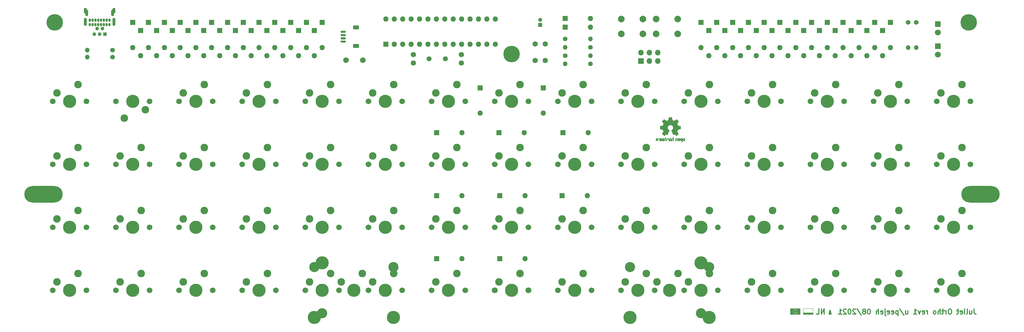
<source format=gbr>
G04 #@! TF.GenerationSoftware,KiCad,Pcbnew,(5.1.10-1-10_14)*
G04 #@! TF.CreationDate,2021-08-12T16:16:49+02:00*
G04 #@! TF.ProjectId,juliet-ortho,6a756c69-6574-42d6-9f72-74686f2e6b69,1*
G04 #@! TF.SameCoordinates,Original*
G04 #@! TF.FileFunction,Soldermask,Bot*
G04 #@! TF.FilePolarity,Negative*
%FSLAX46Y46*%
G04 Gerber Fmt 4.6, Leading zero omitted, Abs format (unit mm)*
G04 Created by KiCad (PCBNEW (5.1.10-1-10_14)) date 2021-08-12 16:16:49*
%MOMM*%
%LPD*%
G01*
G04 APERTURE LIST*
%ADD10C,0.300000*%
%ADD11C,0.010000*%
%ADD12C,0.120000*%
%ADD13C,0.500000*%
%ADD14C,0.160000*%
%ADD15C,0.100000*%
%ADD16C,1.701800*%
%ADD17C,3.987800*%
%ADD18C,2.286000*%
%ADD19C,3.048000*%
%ADD20C,1.800000*%
%ADD21O,1.600000X1.600000*%
%ADD22R,1.600000X1.600000*%
%ADD23O,0.700000X1.000000*%
%ADD24O,0.900000X2.400000*%
%ADD25O,0.900000X1.700000*%
%ADD26C,1.100000*%
%ADD27R,1.100000X1.100000*%
%ADD28O,0.850000X2.000000*%
%ADD29O,11.600000X5.000000*%
%ADD30C,5.000000*%
%ADD31O,1.400000X1.400000*%
%ADD32C,1.400000*%
%ADD33C,1.710000*%
%ADD34R,1.200000X1.200000*%
%ADD35C,1.200000*%
%ADD36C,1.600000*%
%ADD37R,1.700000X1.700000*%
%ADD38O,1.700000X1.700000*%
%ADD39R,1.800000X1.800000*%
%ADD40C,2.000000*%
%ADD41C,1.500000*%
G04 APERTURE END LIST*
D10*
X291913281Y-146220882D02*
X291913281Y-147292311D01*
X291984710Y-147506596D01*
X292127567Y-147649453D01*
X292341853Y-147720882D01*
X292484710Y-147720882D01*
X290556138Y-146720882D02*
X290556138Y-147720882D01*
X291198996Y-146720882D02*
X291198996Y-147506596D01*
X291127567Y-147649453D01*
X290984710Y-147720882D01*
X290770424Y-147720882D01*
X290627567Y-147649453D01*
X290556138Y-147578025D01*
X289627567Y-147720882D02*
X289770424Y-147649453D01*
X289841853Y-147506596D01*
X289841853Y-146220882D01*
X289056138Y-147720882D02*
X289056138Y-146720882D01*
X289056138Y-146220882D02*
X289127567Y-146292311D01*
X289056138Y-146363739D01*
X288984710Y-146292311D01*
X289056138Y-146220882D01*
X289056138Y-146363739D01*
X287770424Y-147649453D02*
X287913281Y-147720882D01*
X288198996Y-147720882D01*
X288341853Y-147649453D01*
X288413281Y-147506596D01*
X288413281Y-146935168D01*
X288341853Y-146792311D01*
X288198996Y-146720882D01*
X287913281Y-146720882D01*
X287770424Y-146792311D01*
X287698996Y-146935168D01*
X287698996Y-147078025D01*
X288413281Y-147220882D01*
X287270424Y-146720882D02*
X286698996Y-146720882D01*
X287056138Y-146220882D02*
X287056138Y-147506596D01*
X286984710Y-147649453D01*
X286841853Y-147720882D01*
X286698996Y-147720882D01*
X284770424Y-146220882D02*
X284484710Y-146220882D01*
X284341853Y-146292311D01*
X284198996Y-146435168D01*
X284127567Y-146720882D01*
X284127567Y-147220882D01*
X284198996Y-147506596D01*
X284341853Y-147649453D01*
X284484710Y-147720882D01*
X284770424Y-147720882D01*
X284913281Y-147649453D01*
X285056138Y-147506596D01*
X285127567Y-147220882D01*
X285127567Y-146720882D01*
X285056138Y-146435168D01*
X284913281Y-146292311D01*
X284770424Y-146220882D01*
X283484710Y-147720882D02*
X283484710Y-146720882D01*
X283484710Y-147006596D02*
X283413281Y-146863739D01*
X283341853Y-146792311D01*
X283198996Y-146720882D01*
X283056138Y-146720882D01*
X282770424Y-146720882D02*
X282198996Y-146720882D01*
X282556138Y-146220882D02*
X282556138Y-147506596D01*
X282484710Y-147649453D01*
X282341853Y-147720882D01*
X282198996Y-147720882D01*
X281698996Y-147720882D02*
X281698996Y-146220882D01*
X281056138Y-147720882D02*
X281056138Y-146935168D01*
X281127567Y-146792311D01*
X281270424Y-146720882D01*
X281484710Y-146720882D01*
X281627567Y-146792311D01*
X281698996Y-146863739D01*
X280127567Y-147720882D02*
X280270424Y-147649453D01*
X280341853Y-147578025D01*
X280413281Y-147435168D01*
X280413281Y-147006596D01*
X280341853Y-146863739D01*
X280270424Y-146792311D01*
X280127567Y-146720882D01*
X279913281Y-146720882D01*
X279770424Y-146792311D01*
X279698996Y-146863739D01*
X279627567Y-147006596D01*
X279627567Y-147435168D01*
X279698996Y-147578025D01*
X279770424Y-147649453D01*
X279913281Y-147720882D01*
X280127567Y-147720882D01*
X277841853Y-147720882D02*
X277841853Y-146720882D01*
X277841853Y-147006596D02*
X277770424Y-146863739D01*
X277698996Y-146792311D01*
X277556138Y-146720882D01*
X277413281Y-146720882D01*
X276341853Y-147649453D02*
X276484710Y-147720882D01*
X276770424Y-147720882D01*
X276913281Y-147649453D01*
X276984710Y-147506596D01*
X276984710Y-146935168D01*
X276913281Y-146792311D01*
X276770424Y-146720882D01*
X276484710Y-146720882D01*
X276341853Y-146792311D01*
X276270424Y-146935168D01*
X276270424Y-147078025D01*
X276984710Y-147220882D01*
X275770424Y-146720882D02*
X275413281Y-147720882D01*
X275056138Y-146720882D01*
X273698996Y-147720882D02*
X274556138Y-147720882D01*
X274127567Y-147720882D02*
X274127567Y-146220882D01*
X274270424Y-146435168D01*
X274413281Y-146578025D01*
X274556138Y-146649453D01*
X271270424Y-146720882D02*
X271270424Y-147720882D01*
X271913281Y-146720882D02*
X271913281Y-147506596D01*
X271841853Y-147649453D01*
X271698996Y-147720882D01*
X271484710Y-147720882D01*
X271341853Y-147649453D01*
X271270424Y-147578025D01*
X269484710Y-146149453D02*
X270770424Y-148078025D01*
X268984710Y-146720882D02*
X268984710Y-148220882D01*
X268984710Y-146792311D02*
X268841853Y-146720882D01*
X268556138Y-146720882D01*
X268413281Y-146792311D01*
X268341853Y-146863739D01*
X268270424Y-147006596D01*
X268270424Y-147435168D01*
X268341853Y-147578025D01*
X268413281Y-147649453D01*
X268556138Y-147720882D01*
X268841853Y-147720882D01*
X268984710Y-147649453D01*
X267056138Y-147649453D02*
X267198996Y-147720882D01*
X267484710Y-147720882D01*
X267627567Y-147649453D01*
X267698996Y-147506596D01*
X267698996Y-146935168D01*
X267627567Y-146792311D01*
X267484710Y-146720882D01*
X267198996Y-146720882D01*
X267056138Y-146792311D01*
X266984710Y-146935168D01*
X266984710Y-147078025D01*
X267698996Y-147220882D01*
X265770424Y-147649453D02*
X265913281Y-147720882D01*
X266198996Y-147720882D01*
X266341853Y-147649453D01*
X266413281Y-147506596D01*
X266413281Y-146935168D01*
X266341853Y-146792311D01*
X266198996Y-146720882D01*
X265913281Y-146720882D01*
X265770424Y-146792311D01*
X265698996Y-146935168D01*
X265698996Y-147078025D01*
X266413281Y-147220882D01*
X265056138Y-146720882D02*
X265056138Y-148006596D01*
X265127567Y-148149453D01*
X265270424Y-148220882D01*
X265341853Y-148220882D01*
X265056138Y-146220882D02*
X265127567Y-146292311D01*
X265056138Y-146363739D01*
X264984710Y-146292311D01*
X265056138Y-146220882D01*
X265056138Y-146363739D01*
X263770424Y-147649453D02*
X263913281Y-147720882D01*
X264198996Y-147720882D01*
X264341853Y-147649453D01*
X264413281Y-147506596D01*
X264413281Y-146935168D01*
X264341853Y-146792311D01*
X264198996Y-146720882D01*
X263913281Y-146720882D01*
X263770424Y-146792311D01*
X263698996Y-146935168D01*
X263698996Y-147078025D01*
X264413281Y-147220882D01*
X263056138Y-147720882D02*
X263056138Y-146220882D01*
X262413281Y-147720882D02*
X262413281Y-146935168D01*
X262484710Y-146792311D01*
X262627567Y-146720882D01*
X262841853Y-146720882D01*
X262984710Y-146792311D01*
X263056138Y-146863739D01*
X260270424Y-146220882D02*
X260127567Y-146220882D01*
X259984710Y-146292311D01*
X259913281Y-146363739D01*
X259841853Y-146506596D01*
X259770424Y-146792311D01*
X259770424Y-147149453D01*
X259841853Y-147435168D01*
X259913281Y-147578025D01*
X259984710Y-147649453D01*
X260127567Y-147720882D01*
X260270424Y-147720882D01*
X260413281Y-147649453D01*
X260484710Y-147578025D01*
X260556138Y-147435168D01*
X260627567Y-147149453D01*
X260627567Y-146792311D01*
X260556138Y-146506596D01*
X260484710Y-146363739D01*
X260413281Y-146292311D01*
X260270424Y-146220882D01*
X258913281Y-146863739D02*
X259056138Y-146792311D01*
X259127567Y-146720882D01*
X259198996Y-146578025D01*
X259198996Y-146506596D01*
X259127567Y-146363739D01*
X259056138Y-146292311D01*
X258913281Y-146220882D01*
X258627567Y-146220882D01*
X258484710Y-146292311D01*
X258413281Y-146363739D01*
X258341853Y-146506596D01*
X258341853Y-146578025D01*
X258413281Y-146720882D01*
X258484710Y-146792311D01*
X258627567Y-146863739D01*
X258913281Y-146863739D01*
X259056138Y-146935168D01*
X259127567Y-147006596D01*
X259198996Y-147149453D01*
X259198996Y-147435168D01*
X259127567Y-147578025D01*
X259056138Y-147649453D01*
X258913281Y-147720882D01*
X258627567Y-147720882D01*
X258484710Y-147649453D01*
X258413281Y-147578025D01*
X258341853Y-147435168D01*
X258341853Y-147149453D01*
X258413281Y-147006596D01*
X258484710Y-146935168D01*
X258627567Y-146863739D01*
X256627567Y-146149453D02*
X257913281Y-148078025D01*
X256198996Y-146363739D02*
X256127567Y-146292311D01*
X255984710Y-146220882D01*
X255627567Y-146220882D01*
X255484710Y-146292311D01*
X255413281Y-146363739D01*
X255341853Y-146506596D01*
X255341853Y-146649453D01*
X255413281Y-146863739D01*
X256270424Y-147720882D01*
X255341853Y-147720882D01*
X254413281Y-146220882D02*
X254270424Y-146220882D01*
X254127567Y-146292311D01*
X254056138Y-146363739D01*
X253984710Y-146506596D01*
X253913281Y-146792311D01*
X253913281Y-147149453D01*
X253984710Y-147435168D01*
X254056138Y-147578025D01*
X254127567Y-147649453D01*
X254270424Y-147720882D01*
X254413281Y-147720882D01*
X254556138Y-147649453D01*
X254627567Y-147578025D01*
X254698996Y-147435168D01*
X254770424Y-147149453D01*
X254770424Y-146792311D01*
X254698996Y-146506596D01*
X254627567Y-146363739D01*
X254556138Y-146292311D01*
X254413281Y-146220882D01*
X253341853Y-146363739D02*
X253270424Y-146292311D01*
X253127567Y-146220882D01*
X252770424Y-146220882D01*
X252627567Y-146292311D01*
X252556138Y-146363739D01*
X252484710Y-146506596D01*
X252484710Y-146649453D01*
X252556138Y-146863739D01*
X253413281Y-147720882D01*
X252484710Y-147720882D01*
X251056138Y-147720882D02*
X251913281Y-147720882D01*
X251484710Y-147720882D02*
X251484710Y-146220882D01*
X251627567Y-146435168D01*
X251770424Y-146578025D01*
X251913281Y-146649453D01*
X246739761Y-147708809D02*
X246739761Y-146108809D01*
X245825476Y-147708809D01*
X245825476Y-146108809D01*
X244301666Y-147708809D02*
X245063571Y-147708809D01*
X245063571Y-146108809D01*
D11*
G36*
X203494239Y-94500755D02*
G01*
X203419586Y-94537977D01*
X203353694Y-94606511D01*
X203335548Y-94631898D01*
X203315780Y-94665116D01*
X203302953Y-94701195D01*
X203295615Y-94749348D01*
X203292312Y-94818786D01*
X203291587Y-94910456D01*
X203294862Y-95036080D01*
X203306248Y-95130404D01*
X203328084Y-95200773D01*
X203362706Y-95254536D01*
X203412455Y-95299038D01*
X203416111Y-95301673D01*
X203465140Y-95328627D01*
X203524180Y-95341962D01*
X203599266Y-95345250D01*
X203721330Y-95345250D01*
X203721381Y-95463747D01*
X203722517Y-95529742D01*
X203729439Y-95568452D01*
X203747527Y-95591669D01*
X203782163Y-95611183D01*
X203790480Y-95615170D01*
X203829405Y-95633853D01*
X203859542Y-95645653D01*
X203881951Y-95646672D01*
X203897692Y-95633011D01*
X203907823Y-95600772D01*
X203913402Y-95546054D01*
X203915490Y-95464961D01*
X203915144Y-95353594D01*
X203913425Y-95208052D01*
X203912888Y-95164519D01*
X203910953Y-95014455D01*
X203909221Y-94916292D01*
X203721433Y-94916292D01*
X203720377Y-94999614D01*
X203715687Y-95054130D01*
X203705074Y-95090087D01*
X203686253Y-95117732D01*
X203673475Y-95131215D01*
X203621235Y-95170667D01*
X203574983Y-95173878D01*
X203527258Y-95141299D01*
X203526048Y-95140096D01*
X203506631Y-95114918D01*
X203494818Y-95080697D01*
X203488860Y-95027998D01*
X203487005Y-94947381D01*
X203486971Y-94929521D01*
X203491455Y-94818425D01*
X203506051Y-94741411D01*
X203532475Y-94694397D01*
X203572442Y-94673300D01*
X203595541Y-94671173D01*
X203650363Y-94681150D01*
X203687967Y-94714002D01*
X203710602Y-94774107D01*
X203720519Y-94865848D01*
X203721433Y-94916292D01*
X203909221Y-94916292D01*
X203908903Y-94898310D01*
X203906252Y-94810929D01*
X203902519Y-94747155D01*
X203897218Y-94701832D01*
X203889867Y-94669805D01*
X203879982Y-94645918D01*
X203867079Y-94625014D01*
X203861546Y-94617148D01*
X203788156Y-94542845D01*
X203695365Y-94500717D01*
X203588029Y-94488972D01*
X203494239Y-94500755D01*
G37*
X203494239Y-94500755D02*
X203419586Y-94537977D01*
X203353694Y-94606511D01*
X203335548Y-94631898D01*
X203315780Y-94665116D01*
X203302953Y-94701195D01*
X203295615Y-94749348D01*
X203292312Y-94818786D01*
X203291587Y-94910456D01*
X203294862Y-95036080D01*
X203306248Y-95130404D01*
X203328084Y-95200773D01*
X203362706Y-95254536D01*
X203412455Y-95299038D01*
X203416111Y-95301673D01*
X203465140Y-95328627D01*
X203524180Y-95341962D01*
X203599266Y-95345250D01*
X203721330Y-95345250D01*
X203721381Y-95463747D01*
X203722517Y-95529742D01*
X203729439Y-95568452D01*
X203747527Y-95591669D01*
X203782163Y-95611183D01*
X203790480Y-95615170D01*
X203829405Y-95633853D01*
X203859542Y-95645653D01*
X203881951Y-95646672D01*
X203897692Y-95633011D01*
X203907823Y-95600772D01*
X203913402Y-95546054D01*
X203915490Y-95464961D01*
X203915144Y-95353594D01*
X203913425Y-95208052D01*
X203912888Y-95164519D01*
X203910953Y-95014455D01*
X203909221Y-94916292D01*
X203721433Y-94916292D01*
X203720377Y-94999614D01*
X203715687Y-95054130D01*
X203705074Y-95090087D01*
X203686253Y-95117732D01*
X203673475Y-95131215D01*
X203621235Y-95170667D01*
X203574983Y-95173878D01*
X203527258Y-95141299D01*
X203526048Y-95140096D01*
X203506631Y-95114918D01*
X203494818Y-95080697D01*
X203488860Y-95027998D01*
X203487005Y-94947381D01*
X203486971Y-94929521D01*
X203491455Y-94818425D01*
X203506051Y-94741411D01*
X203532475Y-94694397D01*
X203572442Y-94673300D01*
X203595541Y-94671173D01*
X203650363Y-94681150D01*
X203687967Y-94714002D01*
X203710602Y-94774107D01*
X203720519Y-94865848D01*
X203721433Y-94916292D01*
X203909221Y-94916292D01*
X203908903Y-94898310D01*
X203906252Y-94810929D01*
X203902519Y-94747155D01*
X203897218Y-94701832D01*
X203889867Y-94669805D01*
X203879982Y-94645918D01*
X203867079Y-94625014D01*
X203861546Y-94617148D01*
X203788156Y-94542845D01*
X203695365Y-94500717D01*
X203588029Y-94488972D01*
X203494239Y-94500755D01*
G36*
X201991461Y-94511339D02*
G01*
X201928758Y-94547608D01*
X201885164Y-94583608D01*
X201853280Y-94621325D01*
X201831315Y-94667449D01*
X201817476Y-94728671D01*
X201809972Y-94811681D01*
X201807008Y-94923169D01*
X201806664Y-95003312D01*
X201806664Y-95298315D01*
X201972740Y-95372765D01*
X201982510Y-95049652D01*
X201986546Y-94928979D01*
X201990781Y-94841391D01*
X201996028Y-94780900D01*
X202003100Y-94741518D01*
X202012814Y-94717257D01*
X202025981Y-94702130D01*
X202030206Y-94698856D01*
X202094216Y-94673284D01*
X202158917Y-94683403D01*
X202197433Y-94710250D01*
X202213100Y-94729274D01*
X202223945Y-94754238D01*
X202230837Y-94792084D01*
X202234646Y-94849752D01*
X202236242Y-94934185D01*
X202236510Y-95022178D01*
X202236562Y-95132573D01*
X202238453Y-95210713D01*
X202244780Y-95263415D01*
X202258142Y-95297492D01*
X202281140Y-95319761D01*
X202316371Y-95337037D01*
X202363428Y-95354988D01*
X202414822Y-95374528D01*
X202408704Y-95027735D01*
X202406241Y-94902718D01*
X202403358Y-94810332D01*
X202399227Y-94744131D01*
X202393018Y-94697670D01*
X202383899Y-94664506D01*
X202371042Y-94638194D01*
X202355541Y-94614979D01*
X202280754Y-94540819D01*
X202189497Y-94497934D01*
X202090242Y-94487662D01*
X201991461Y-94511339D01*
G37*
X201991461Y-94511339D02*
X201928758Y-94547608D01*
X201885164Y-94583608D01*
X201853280Y-94621325D01*
X201831315Y-94667449D01*
X201817476Y-94728671D01*
X201809972Y-94811681D01*
X201807008Y-94923169D01*
X201806664Y-95003312D01*
X201806664Y-95298315D01*
X201972740Y-95372765D01*
X201982510Y-95049652D01*
X201986546Y-94928979D01*
X201990781Y-94841391D01*
X201996028Y-94780900D01*
X202003100Y-94741518D01*
X202012814Y-94717257D01*
X202025981Y-94702130D01*
X202030206Y-94698856D01*
X202094216Y-94673284D01*
X202158917Y-94683403D01*
X202197433Y-94710250D01*
X202213100Y-94729274D01*
X202223945Y-94754238D01*
X202230837Y-94792084D01*
X202234646Y-94849752D01*
X202236242Y-94934185D01*
X202236510Y-95022178D01*
X202236562Y-95132573D01*
X202238453Y-95210713D01*
X202244780Y-95263415D01*
X202258142Y-95297492D01*
X202281140Y-95319761D01*
X202316371Y-95337037D01*
X202363428Y-95354988D01*
X202414822Y-95374528D01*
X202408704Y-95027735D01*
X202406241Y-94902718D01*
X202403358Y-94810332D01*
X202399227Y-94744131D01*
X202393018Y-94697670D01*
X202383899Y-94664506D01*
X202371042Y-94638194D01*
X202355541Y-94614979D01*
X202280754Y-94540819D01*
X202189497Y-94497934D01*
X202090242Y-94487662D01*
X201991461Y-94511339D01*
G36*
X204246239Y-94503506D02*
G01*
X204154661Y-94551659D01*
X204087076Y-94629155D01*
X204063068Y-94678977D01*
X204044387Y-94753783D01*
X204034824Y-94848302D01*
X204033917Y-94951460D01*
X204041204Y-95052185D01*
X204056222Y-95139403D01*
X204078510Y-95202041D01*
X204085360Y-95212829D01*
X204166493Y-95293355D01*
X204262859Y-95341586D01*
X204367424Y-95355700D01*
X204473157Y-95333879D01*
X204502582Y-95320797D01*
X204559884Y-95280481D01*
X204610175Y-95227025D01*
X204614928Y-95220245D01*
X204634247Y-95187571D01*
X204647017Y-95152644D01*
X204654561Y-95106664D01*
X204658201Y-95040834D01*
X204659260Y-94946355D01*
X204659279Y-94925173D01*
X204659231Y-94918432D01*
X204463894Y-94918432D01*
X204462757Y-95007599D01*
X204458284Y-95066770D01*
X204448879Y-95104991D01*
X204432949Y-95131303D01*
X204424817Y-95140096D01*
X204378067Y-95173511D01*
X204332678Y-95171987D01*
X204286785Y-95143002D01*
X204259413Y-95112059D01*
X204243202Y-95066893D01*
X204234099Y-94995670D01*
X204233474Y-94987364D01*
X204231921Y-94858287D01*
X204248160Y-94762422D01*
X204281973Y-94700357D01*
X204333141Y-94672682D01*
X204351405Y-94671173D01*
X204399365Y-94678763D01*
X204432172Y-94705058D01*
X204452230Y-94755345D01*
X204461947Y-94834914D01*
X204463894Y-94918432D01*
X204659231Y-94918432D01*
X204658551Y-94824499D01*
X204655496Y-94754156D01*
X204648803Y-94705413D01*
X204637165Y-94669538D01*
X204619272Y-94637798D01*
X204615317Y-94631898D01*
X204548858Y-94552354D01*
X204476440Y-94506179D01*
X204388276Y-94487849D01*
X204358338Y-94486953D01*
X204246239Y-94503506D01*
G37*
X204246239Y-94503506D02*
X204154661Y-94551659D01*
X204087076Y-94629155D01*
X204063068Y-94678977D01*
X204044387Y-94753783D01*
X204034824Y-94848302D01*
X204033917Y-94951460D01*
X204041204Y-95052185D01*
X204056222Y-95139403D01*
X204078510Y-95202041D01*
X204085360Y-95212829D01*
X204166493Y-95293355D01*
X204262859Y-95341586D01*
X204367424Y-95355700D01*
X204473157Y-95333879D01*
X204502582Y-95320797D01*
X204559884Y-95280481D01*
X204610175Y-95227025D01*
X204614928Y-95220245D01*
X204634247Y-95187571D01*
X204647017Y-95152644D01*
X204654561Y-95106664D01*
X204658201Y-95040834D01*
X204659260Y-94946355D01*
X204659279Y-94925173D01*
X204659231Y-94918432D01*
X204463894Y-94918432D01*
X204462757Y-95007599D01*
X204458284Y-95066770D01*
X204448879Y-95104991D01*
X204432949Y-95131303D01*
X204424817Y-95140096D01*
X204378067Y-95173511D01*
X204332678Y-95171987D01*
X204286785Y-95143002D01*
X204259413Y-95112059D01*
X204243202Y-95066893D01*
X204234099Y-94995670D01*
X204233474Y-94987364D01*
X204231921Y-94858287D01*
X204248160Y-94762422D01*
X204281973Y-94700357D01*
X204333141Y-94672682D01*
X204351405Y-94671173D01*
X204399365Y-94678763D01*
X204432172Y-94705058D01*
X204452230Y-94755345D01*
X204461947Y-94834914D01*
X204463894Y-94918432D01*
X204659231Y-94918432D01*
X204658551Y-94824499D01*
X204655496Y-94754156D01*
X204648803Y-94705413D01*
X204637165Y-94669538D01*
X204619272Y-94637798D01*
X204615317Y-94631898D01*
X204548858Y-94552354D01*
X204476440Y-94506179D01*
X204388276Y-94487849D01*
X204358338Y-94486953D01*
X204246239Y-94503506D01*
G36*
X202728871Y-94515995D02*
G01*
X202651839Y-94567817D01*
X202592309Y-94642662D01*
X202556747Y-94737904D01*
X202549554Y-94808006D01*
X202550371Y-94837259D01*
X202557211Y-94859657D01*
X202576013Y-94879724D01*
X202612717Y-94901983D01*
X202673263Y-94930959D01*
X202763591Y-94971177D01*
X202764048Y-94971379D01*
X202847192Y-95009460D01*
X202915372Y-95043275D01*
X202961620Y-95069183D01*
X202978967Y-95083545D01*
X202978971Y-95083661D01*
X202963682Y-95114935D01*
X202927929Y-95149407D01*
X202886883Y-95174240D01*
X202866088Y-95179173D01*
X202809355Y-95162112D01*
X202760498Y-95119383D01*
X202736660Y-95072405D01*
X202713728Y-95037772D01*
X202668807Y-94998331D01*
X202616002Y-94964259D01*
X202569415Y-94945730D01*
X202559673Y-94944712D01*
X202548707Y-94961465D01*
X202548046Y-95004289D01*
X202556105Y-95062031D01*
X202571298Y-95123539D01*
X202592039Y-95177659D01*
X202593087Y-95179760D01*
X202655504Y-95266910D01*
X202736399Y-95326189D01*
X202828269Y-95355284D01*
X202923612Y-95351884D01*
X203014927Y-95313678D01*
X203018987Y-95310991D01*
X203090819Y-95245892D01*
X203138052Y-95160955D01*
X203164191Y-95049271D01*
X203167699Y-95017893D01*
X203173912Y-94869786D01*
X203166464Y-94800718D01*
X202978971Y-94800718D01*
X202976535Y-94843802D01*
X202963211Y-94856376D01*
X202929993Y-94846969D01*
X202877631Y-94824733D01*
X202819101Y-94796860D01*
X202817646Y-94796122D01*
X202768036Y-94770027D01*
X202748125Y-94752613D01*
X202753035Y-94734357D01*
X202773709Y-94710370D01*
X202826306Y-94675656D01*
X202882948Y-94673106D01*
X202933756Y-94698369D01*
X202968849Y-94747097D01*
X202978971Y-94800718D01*
X203166464Y-94800718D01*
X203161133Y-94751286D01*
X203128347Y-94657305D01*
X203082704Y-94591465D01*
X203000323Y-94524931D01*
X202909579Y-94491926D01*
X202816940Y-94489823D01*
X202728871Y-94515995D01*
G37*
X202728871Y-94515995D02*
X202651839Y-94567817D01*
X202592309Y-94642662D01*
X202556747Y-94737904D01*
X202549554Y-94808006D01*
X202550371Y-94837259D01*
X202557211Y-94859657D01*
X202576013Y-94879724D01*
X202612717Y-94901983D01*
X202673263Y-94930959D01*
X202763591Y-94971177D01*
X202764048Y-94971379D01*
X202847192Y-95009460D01*
X202915372Y-95043275D01*
X202961620Y-95069183D01*
X202978967Y-95083545D01*
X202978971Y-95083661D01*
X202963682Y-95114935D01*
X202927929Y-95149407D01*
X202886883Y-95174240D01*
X202866088Y-95179173D01*
X202809355Y-95162112D01*
X202760498Y-95119383D01*
X202736660Y-95072405D01*
X202713728Y-95037772D01*
X202668807Y-94998331D01*
X202616002Y-94964259D01*
X202569415Y-94945730D01*
X202559673Y-94944712D01*
X202548707Y-94961465D01*
X202548046Y-95004289D01*
X202556105Y-95062031D01*
X202571298Y-95123539D01*
X202592039Y-95177659D01*
X202593087Y-95179760D01*
X202655504Y-95266910D01*
X202736399Y-95326189D01*
X202828269Y-95355284D01*
X202923612Y-95351884D01*
X203014927Y-95313678D01*
X203018987Y-95310991D01*
X203090819Y-95245892D01*
X203138052Y-95160955D01*
X203164191Y-95049271D01*
X203167699Y-95017893D01*
X203173912Y-94869786D01*
X203166464Y-94800718D01*
X202978971Y-94800718D01*
X202976535Y-94843802D01*
X202963211Y-94856376D01*
X202929993Y-94846969D01*
X202877631Y-94824733D01*
X202819101Y-94796860D01*
X202817646Y-94796122D01*
X202768036Y-94770027D01*
X202748125Y-94752613D01*
X202753035Y-94734357D01*
X202773709Y-94710370D01*
X202826306Y-94675656D01*
X202882948Y-94673106D01*
X202933756Y-94698369D01*
X202968849Y-94747097D01*
X202978971Y-94800718D01*
X203166464Y-94800718D01*
X203161133Y-94751286D01*
X203128347Y-94657305D01*
X203082704Y-94591465D01*
X203000323Y-94524931D01*
X202909579Y-94491926D01*
X202816940Y-94489823D01*
X202728871Y-94515995D01*
G36*
X201103279Y-94408370D02*
G01*
X201097553Y-94488230D01*
X201090976Y-94535289D01*
X201081863Y-94555816D01*
X201068527Y-94556079D01*
X201064202Y-94553628D01*
X201006681Y-94535886D01*
X200931857Y-94536922D01*
X200855786Y-94555160D01*
X200808207Y-94578755D01*
X200759423Y-94616448D01*
X200723761Y-94659105D01*
X200699280Y-94713307D01*
X200684038Y-94785634D01*
X200676095Y-94882669D01*
X200673509Y-95010992D01*
X200673463Y-95035608D01*
X200673433Y-95312120D01*
X200734964Y-95333570D01*
X200778666Y-95348162D01*
X200802643Y-95354956D01*
X200803348Y-95355019D01*
X200805710Y-95336595D01*
X200807719Y-95285776D01*
X200809224Y-95209243D01*
X200810072Y-95113680D01*
X200810202Y-95055579D01*
X200810474Y-94941021D01*
X200811873Y-94858917D01*
X200815276Y-94802643D01*
X200821558Y-94765576D01*
X200831596Y-94741094D01*
X200846264Y-94722575D01*
X200855423Y-94713656D01*
X200918336Y-94677716D01*
X200986989Y-94675025D01*
X201049277Y-94705420D01*
X201060796Y-94716394D01*
X201077692Y-94737029D01*
X201089411Y-94761506D01*
X201096892Y-94796897D01*
X201101071Y-94850276D01*
X201102888Y-94928716D01*
X201103279Y-95036867D01*
X201103279Y-95312120D01*
X201164810Y-95333570D01*
X201208512Y-95348162D01*
X201232489Y-95354956D01*
X201233195Y-95355019D01*
X201234999Y-95336319D01*
X201236625Y-95283572D01*
X201238008Y-95201807D01*
X201239083Y-95096055D01*
X201239785Y-94971344D01*
X201240048Y-94832705D01*
X201240048Y-94298056D01*
X201113048Y-94244486D01*
X201103279Y-94408370D01*
G37*
X201103279Y-94408370D02*
X201097553Y-94488230D01*
X201090976Y-94535289D01*
X201081863Y-94555816D01*
X201068527Y-94556079D01*
X201064202Y-94553628D01*
X201006681Y-94535886D01*
X200931857Y-94536922D01*
X200855786Y-94555160D01*
X200808207Y-94578755D01*
X200759423Y-94616448D01*
X200723761Y-94659105D01*
X200699280Y-94713307D01*
X200684038Y-94785634D01*
X200676095Y-94882669D01*
X200673509Y-95010992D01*
X200673463Y-95035608D01*
X200673433Y-95312120D01*
X200734964Y-95333570D01*
X200778666Y-95348162D01*
X200802643Y-95354956D01*
X200803348Y-95355019D01*
X200805710Y-95336595D01*
X200807719Y-95285776D01*
X200809224Y-95209243D01*
X200810072Y-95113680D01*
X200810202Y-95055579D01*
X200810474Y-94941021D01*
X200811873Y-94858917D01*
X200815276Y-94802643D01*
X200821558Y-94765576D01*
X200831596Y-94741094D01*
X200846264Y-94722575D01*
X200855423Y-94713656D01*
X200918336Y-94677716D01*
X200986989Y-94675025D01*
X201049277Y-94705420D01*
X201060796Y-94716394D01*
X201077692Y-94737029D01*
X201089411Y-94761506D01*
X201096892Y-94796897D01*
X201101071Y-94850276D01*
X201102888Y-94928716D01*
X201103279Y-95036867D01*
X201103279Y-95312120D01*
X201164810Y-95333570D01*
X201208512Y-95348162D01*
X201232489Y-95354956D01*
X201233195Y-95355019D01*
X201234999Y-95336319D01*
X201236625Y-95283572D01*
X201238008Y-95201807D01*
X201239083Y-95096055D01*
X201239785Y-94971344D01*
X201240048Y-94832705D01*
X201240048Y-94298056D01*
X201113048Y-94244486D01*
X201103279Y-94408370D01*
G36*
X200209624Y-94542553D02*
G01*
X200133065Y-94570983D01*
X200132189Y-94571529D01*
X200084840Y-94606377D01*
X200049884Y-94647102D01*
X200025300Y-94700175D01*
X200009063Y-94772064D01*
X199999150Y-94869242D01*
X199993539Y-94998178D01*
X199993048Y-95016548D01*
X199985984Y-95293537D01*
X200045430Y-95324278D01*
X200088444Y-95345052D01*
X200114415Y-95354896D01*
X200115616Y-95355019D01*
X200120111Y-95336856D01*
X200123681Y-95287862D01*
X200125877Y-95216281D01*
X200126356Y-95158318D01*
X200126367Y-95064420D01*
X200130659Y-95005453D01*
X200145622Y-94977329D01*
X200177643Y-94975956D01*
X200233111Y-94997248D01*
X200316856Y-95036386D01*
X200378436Y-95068893D01*
X200410108Y-95097095D01*
X200419419Y-95127832D01*
X200419433Y-95129354D01*
X200404068Y-95182304D01*
X200358578Y-95210910D01*
X200288959Y-95215053D01*
X200238812Y-95214334D01*
X200212371Y-95228777D01*
X200195882Y-95263468D01*
X200186392Y-95307666D01*
X200200068Y-95332743D01*
X200205218Y-95336332D01*
X200253700Y-95350746D01*
X200321594Y-95352787D01*
X200391513Y-95343233D01*
X200441057Y-95325772D01*
X200509555Y-95267614D01*
X200548491Y-95186658D01*
X200556202Y-95123410D01*
X200550318Y-95066361D01*
X200529024Y-95019792D01*
X200486860Y-94978431D01*
X200418366Y-94937005D01*
X200318081Y-94890243D01*
X200311971Y-94887600D01*
X200221635Y-94845867D01*
X200165890Y-94811641D01*
X200141996Y-94780885D01*
X200147212Y-94749561D01*
X200178797Y-94713633D01*
X200188242Y-94705366D01*
X200251508Y-94673308D01*
X200317061Y-94674657D01*
X200374153Y-94706088D01*
X200412032Y-94764274D01*
X200415551Y-94775696D01*
X200449825Y-94831087D01*
X200493316Y-94857768D01*
X200556202Y-94884210D01*
X200556202Y-94815798D01*
X200537073Y-94716360D01*
X200480294Y-94625152D01*
X200450747Y-94594639D01*
X200383583Y-94555478D01*
X200298169Y-94537750D01*
X200209624Y-94542553D01*
G37*
X200209624Y-94542553D02*
X200133065Y-94570983D01*
X200132189Y-94571529D01*
X200084840Y-94606377D01*
X200049884Y-94647102D01*
X200025300Y-94700175D01*
X200009063Y-94772064D01*
X199999150Y-94869242D01*
X199993539Y-94998178D01*
X199993048Y-95016548D01*
X199985984Y-95293537D01*
X200045430Y-95324278D01*
X200088444Y-95345052D01*
X200114415Y-95354896D01*
X200115616Y-95355019D01*
X200120111Y-95336856D01*
X200123681Y-95287862D01*
X200125877Y-95216281D01*
X200126356Y-95158318D01*
X200126367Y-95064420D01*
X200130659Y-95005453D01*
X200145622Y-94977329D01*
X200177643Y-94975956D01*
X200233111Y-94997248D01*
X200316856Y-95036386D01*
X200378436Y-95068893D01*
X200410108Y-95097095D01*
X200419419Y-95127832D01*
X200419433Y-95129354D01*
X200404068Y-95182304D01*
X200358578Y-95210910D01*
X200288959Y-95215053D01*
X200238812Y-95214334D01*
X200212371Y-95228777D01*
X200195882Y-95263468D01*
X200186392Y-95307666D01*
X200200068Y-95332743D01*
X200205218Y-95336332D01*
X200253700Y-95350746D01*
X200321594Y-95352787D01*
X200391513Y-95343233D01*
X200441057Y-95325772D01*
X200509555Y-95267614D01*
X200548491Y-95186658D01*
X200556202Y-95123410D01*
X200550318Y-95066361D01*
X200529024Y-95019792D01*
X200486860Y-94978431D01*
X200418366Y-94937005D01*
X200318081Y-94890243D01*
X200311971Y-94887600D01*
X200221635Y-94845867D01*
X200165890Y-94811641D01*
X200141996Y-94780885D01*
X200147212Y-94749561D01*
X200178797Y-94713633D01*
X200188242Y-94705366D01*
X200251508Y-94673308D01*
X200317061Y-94674657D01*
X200374153Y-94706088D01*
X200412032Y-94764274D01*
X200415551Y-94775696D01*
X200449825Y-94831087D01*
X200493316Y-94857768D01*
X200556202Y-94884210D01*
X200556202Y-94815798D01*
X200537073Y-94716360D01*
X200480294Y-94625152D01*
X200450747Y-94594639D01*
X200383583Y-94555478D01*
X200298169Y-94537750D01*
X200209624Y-94542553D01*
G36*
X199549763Y-94540920D02*
G01*
X199461008Y-94573671D01*
X199389103Y-94631600D01*
X199360981Y-94672378D01*
X199330323Y-94747204D01*
X199330960Y-94801308D01*
X199363138Y-94837696D01*
X199375044Y-94843883D01*
X199426450Y-94863175D01*
X199452703Y-94858232D01*
X199461595Y-94825837D01*
X199462048Y-94807942D01*
X199478328Y-94742109D01*
X199520760Y-94696057D01*
X199579737Y-94673814D01*
X199645650Y-94679411D01*
X199699230Y-94708479D01*
X199717327Y-94725060D01*
X199730154Y-94745175D01*
X199738819Y-94775582D01*
X199744429Y-94823038D01*
X199748090Y-94894300D01*
X199750910Y-94996125D01*
X199751641Y-95028365D01*
X199754305Y-95138660D01*
X199757333Y-95216286D01*
X199761875Y-95267646D01*
X199769079Y-95299140D01*
X199780092Y-95317170D01*
X199796065Y-95328138D01*
X199806291Y-95332983D01*
X199849719Y-95349551D01*
X199875283Y-95355019D01*
X199883730Y-95336757D01*
X199888886Y-95281546D01*
X199890779Y-95188749D01*
X199889436Y-95057728D01*
X199889018Y-95037519D01*
X199886067Y-94917983D01*
X199882577Y-94830699D01*
X199877611Y-94768841D01*
X199870232Y-94725586D01*
X199859501Y-94694110D01*
X199844480Y-94667589D01*
X199836623Y-94656225D01*
X199791572Y-94605942D01*
X199741185Y-94566831D01*
X199735017Y-94563417D01*
X199644667Y-94536462D01*
X199549763Y-94540920D01*
G37*
X199549763Y-94540920D02*
X199461008Y-94573671D01*
X199389103Y-94631600D01*
X199360981Y-94672378D01*
X199330323Y-94747204D01*
X199330960Y-94801308D01*
X199363138Y-94837696D01*
X199375044Y-94843883D01*
X199426450Y-94863175D01*
X199452703Y-94858232D01*
X199461595Y-94825837D01*
X199462048Y-94807942D01*
X199478328Y-94742109D01*
X199520760Y-94696057D01*
X199579737Y-94673814D01*
X199645650Y-94679411D01*
X199699230Y-94708479D01*
X199717327Y-94725060D01*
X199730154Y-94745175D01*
X199738819Y-94775582D01*
X199744429Y-94823038D01*
X199748090Y-94894300D01*
X199750910Y-94996125D01*
X199751641Y-95028365D01*
X199754305Y-95138660D01*
X199757333Y-95216286D01*
X199761875Y-95267646D01*
X199769079Y-95299140D01*
X199780092Y-95317170D01*
X199796065Y-95328138D01*
X199806291Y-95332983D01*
X199849719Y-95349551D01*
X199875283Y-95355019D01*
X199883730Y-95336757D01*
X199888886Y-95281546D01*
X199890779Y-95188749D01*
X199889436Y-95057728D01*
X199889018Y-95037519D01*
X199886067Y-94917983D01*
X199882577Y-94830699D01*
X199877611Y-94768841D01*
X199870232Y-94725586D01*
X199859501Y-94694110D01*
X199844480Y-94667589D01*
X199836623Y-94656225D01*
X199791572Y-94605942D01*
X199741185Y-94566831D01*
X199735017Y-94563417D01*
X199644667Y-94536462D01*
X199549763Y-94540920D01*
G36*
X198661044Y-94696539D02*
G01*
X198661292Y-94842570D01*
X198662253Y-94954905D01*
X198664331Y-95038928D01*
X198667932Y-95100019D01*
X198673460Y-95143559D01*
X198681321Y-95174929D01*
X198691918Y-95199512D01*
X198699943Y-95213544D01*
X198766397Y-95289638D01*
X198850655Y-95337334D01*
X198943876Y-95354449D01*
X199037225Y-95338796D01*
X199092813Y-95310668D01*
X199151168Y-95262010D01*
X199190939Y-95202583D01*
X199214935Y-95124757D01*
X199225964Y-95020902D01*
X199227526Y-94944712D01*
X199227316Y-94939236D01*
X199090817Y-94939236D01*
X199089984Y-95026605D01*
X199086164Y-95084442D01*
X199077379Y-95122279D01*
X199061651Y-95149648D01*
X199042859Y-95170292D01*
X198979750Y-95210140D01*
X198911988Y-95213545D01*
X198847946Y-95180275D01*
X198842961Y-95175767D01*
X198821686Y-95152317D01*
X198808346Y-95124416D01*
X198801124Y-95082891D01*
X198798202Y-95018566D01*
X198797740Y-94947450D01*
X198798742Y-94858108D01*
X198802887Y-94798508D01*
X198811889Y-94759339D01*
X198827458Y-94731290D01*
X198840223Y-94716394D01*
X198899525Y-94678825D01*
X198967824Y-94674307D01*
X199033015Y-94703003D01*
X199045597Y-94713656D01*
X199067014Y-94737313D01*
X199080381Y-94765501D01*
X199087559Y-94807495D01*
X199090406Y-94872569D01*
X199090817Y-94939236D01*
X199227316Y-94939236D01*
X199222803Y-94822015D01*
X199206763Y-94729827D01*
X199176597Y-94660519D01*
X199129496Y-94606461D01*
X199092813Y-94578755D01*
X199026135Y-94548822D01*
X198948853Y-94534928D01*
X198877015Y-94538647D01*
X198836817Y-94553650D01*
X198821043Y-94557920D01*
X198810575Y-94542000D01*
X198803269Y-94499339D01*
X198797740Y-94434356D01*
X198791688Y-94361982D01*
X198783281Y-94318437D01*
X198767984Y-94293537D01*
X198741261Y-94277095D01*
X198724471Y-94269814D01*
X198660971Y-94243213D01*
X198661044Y-94696539D01*
G37*
X198661044Y-94696539D02*
X198661292Y-94842570D01*
X198662253Y-94954905D01*
X198664331Y-95038928D01*
X198667932Y-95100019D01*
X198673460Y-95143559D01*
X198681321Y-95174929D01*
X198691918Y-95199512D01*
X198699943Y-95213544D01*
X198766397Y-95289638D01*
X198850655Y-95337334D01*
X198943876Y-95354449D01*
X199037225Y-95338796D01*
X199092813Y-95310668D01*
X199151168Y-95262010D01*
X199190939Y-95202583D01*
X199214935Y-95124757D01*
X199225964Y-95020902D01*
X199227526Y-94944712D01*
X199227316Y-94939236D01*
X199090817Y-94939236D01*
X199089984Y-95026605D01*
X199086164Y-95084442D01*
X199077379Y-95122279D01*
X199061651Y-95149648D01*
X199042859Y-95170292D01*
X198979750Y-95210140D01*
X198911988Y-95213545D01*
X198847946Y-95180275D01*
X198842961Y-95175767D01*
X198821686Y-95152317D01*
X198808346Y-95124416D01*
X198801124Y-95082891D01*
X198798202Y-95018566D01*
X198797740Y-94947450D01*
X198798742Y-94858108D01*
X198802887Y-94798508D01*
X198811889Y-94759339D01*
X198827458Y-94731290D01*
X198840223Y-94716394D01*
X198899525Y-94678825D01*
X198967824Y-94674307D01*
X199033015Y-94703003D01*
X199045597Y-94713656D01*
X199067014Y-94737313D01*
X199080381Y-94765501D01*
X199087559Y-94807495D01*
X199090406Y-94872569D01*
X199090817Y-94939236D01*
X199227316Y-94939236D01*
X199222803Y-94822015D01*
X199206763Y-94729827D01*
X199176597Y-94660519D01*
X199129496Y-94606461D01*
X199092813Y-94578755D01*
X199026135Y-94548822D01*
X198948853Y-94534928D01*
X198877015Y-94538647D01*
X198836817Y-94553650D01*
X198821043Y-94557920D01*
X198810575Y-94542000D01*
X198803269Y-94499339D01*
X198797740Y-94434356D01*
X198791688Y-94361982D01*
X198783281Y-94318437D01*
X198767984Y-94293537D01*
X198741261Y-94277095D01*
X198724471Y-94269814D01*
X198660971Y-94243213D01*
X198661044Y-94696539D01*
G36*
X197867196Y-94552912D02*
G01*
X197864214Y-94604318D01*
X197861878Y-94682442D01*
X197860376Y-94781107D01*
X197859894Y-94884593D01*
X197859894Y-95234783D01*
X197921724Y-95296613D01*
X197964332Y-95334712D01*
X198001735Y-95350145D01*
X198052855Y-95349168D01*
X198073147Y-95346683D01*
X198136571Y-95339450D01*
X198189030Y-95335305D01*
X198201817Y-95334922D01*
X198244926Y-95337426D01*
X198306581Y-95343712D01*
X198330487Y-95346683D01*
X198389203Y-95351278D01*
X198428661Y-95341296D01*
X198467787Y-95310478D01*
X198481910Y-95296613D01*
X198543740Y-95234783D01*
X198543740Y-94579753D01*
X198493975Y-94557079D01*
X198451123Y-94540284D01*
X198426052Y-94534404D01*
X198419624Y-94552986D01*
X198413616Y-94604905D01*
X198408428Y-94684422D01*
X198404461Y-94785796D01*
X198402548Y-94871442D01*
X198397202Y-95208481D01*
X198350565Y-95215075D01*
X198308149Y-95210464D01*
X198287365Y-95195537D01*
X198281555Y-95167627D01*
X198276595Y-95108175D01*
X198272879Y-95024716D01*
X198270801Y-94924782D01*
X198270501Y-94873354D01*
X198270202Y-94577304D01*
X198208671Y-94555854D01*
X198165121Y-94541270D01*
X198141431Y-94534469D01*
X198140748Y-94534404D01*
X198138371Y-94552892D01*
X198135759Y-94604156D01*
X198133130Y-94681899D01*
X198130704Y-94779824D01*
X198129010Y-94871442D01*
X198123664Y-95208481D01*
X198006433Y-95208481D01*
X198001053Y-94900996D01*
X197995674Y-94593511D01*
X197938524Y-94563957D01*
X197896328Y-94543663D01*
X197871355Y-94534454D01*
X197870634Y-94534404D01*
X197867196Y-94552912D01*
G37*
X197867196Y-94552912D02*
X197864214Y-94604318D01*
X197861878Y-94682442D01*
X197860376Y-94781107D01*
X197859894Y-94884593D01*
X197859894Y-95234783D01*
X197921724Y-95296613D01*
X197964332Y-95334712D01*
X198001735Y-95350145D01*
X198052855Y-95349168D01*
X198073147Y-95346683D01*
X198136571Y-95339450D01*
X198189030Y-95335305D01*
X198201817Y-95334922D01*
X198244926Y-95337426D01*
X198306581Y-95343712D01*
X198330487Y-95346683D01*
X198389203Y-95351278D01*
X198428661Y-95341296D01*
X198467787Y-95310478D01*
X198481910Y-95296613D01*
X198543740Y-95234783D01*
X198543740Y-94579753D01*
X198493975Y-94557079D01*
X198451123Y-94540284D01*
X198426052Y-94534404D01*
X198419624Y-94552986D01*
X198413616Y-94604905D01*
X198408428Y-94684422D01*
X198404461Y-94785796D01*
X198402548Y-94871442D01*
X198397202Y-95208481D01*
X198350565Y-95215075D01*
X198308149Y-95210464D01*
X198287365Y-95195537D01*
X198281555Y-95167627D01*
X198276595Y-95108175D01*
X198272879Y-95024716D01*
X198270801Y-94924782D01*
X198270501Y-94873354D01*
X198270202Y-94577304D01*
X198208671Y-94555854D01*
X198165121Y-94541270D01*
X198141431Y-94534469D01*
X198140748Y-94534404D01*
X198138371Y-94552892D01*
X198135759Y-94604156D01*
X198133130Y-94681899D01*
X198130704Y-94779824D01*
X198129010Y-94871442D01*
X198123664Y-95208481D01*
X198006433Y-95208481D01*
X198001053Y-94900996D01*
X197995674Y-94593511D01*
X197938524Y-94563957D01*
X197896328Y-94543663D01*
X197871355Y-94534454D01*
X197870634Y-94534404D01*
X197867196Y-94552912D01*
G36*
X197375792Y-94549778D02*
G01*
X197319535Y-94575367D01*
X197275378Y-94606374D01*
X197243024Y-94641045D01*
X197220687Y-94685770D01*
X197206579Y-94746942D01*
X197198914Y-94830951D01*
X197195905Y-94944190D01*
X197195587Y-95018759D01*
X197195587Y-95309670D01*
X197245352Y-95332345D01*
X197284549Y-95348917D01*
X197303968Y-95355019D01*
X197307683Y-95336860D01*
X197310630Y-95287898D01*
X197312434Y-95216403D01*
X197312817Y-95159635D01*
X197314464Y-95077621D01*
X197318903Y-95012559D01*
X197325385Y-94972717D01*
X197330535Y-94964250D01*
X197365148Y-94972896D01*
X197419485Y-94995073D01*
X197482403Y-95025136D01*
X197542757Y-95057442D01*
X197589404Y-95086348D01*
X197611199Y-95106211D01*
X197611286Y-95106425D01*
X197609411Y-95143185D01*
X197592600Y-95178276D01*
X197563086Y-95206778D01*
X197520009Y-95216311D01*
X197483193Y-95215200D01*
X197431051Y-95214383D01*
X197403681Y-95226599D01*
X197387243Y-95258874D01*
X197385170Y-95264960D01*
X197378044Y-95310989D01*
X197397101Y-95338937D01*
X197446772Y-95352257D01*
X197500428Y-95354720D01*
X197596983Y-95336460D01*
X197646966Y-95310381D01*
X197708696Y-95249118D01*
X197741435Y-95173920D01*
X197744372Y-95094461D01*
X197716701Y-95020417D01*
X197675078Y-94974019D01*
X197633521Y-94948043D01*
X197568203Y-94915157D01*
X197492087Y-94881807D01*
X197479399Y-94876711D01*
X197395792Y-94839815D01*
X197347595Y-94807296D01*
X197332095Y-94774968D01*
X197346575Y-94738644D01*
X197371433Y-94710250D01*
X197430186Y-94675289D01*
X197494832Y-94672667D01*
X197554117Y-94699608D01*
X197596786Y-94753338D01*
X197602386Y-94767200D01*
X197634992Y-94818186D01*
X197682595Y-94856037D01*
X197742664Y-94887100D01*
X197742664Y-94799018D01*
X197739128Y-94745201D01*
X197723969Y-94702784D01*
X197690357Y-94657529D01*
X197658090Y-94622670D01*
X197607916Y-94573312D01*
X197568932Y-94546797D01*
X197527061Y-94536161D01*
X197479665Y-94534404D01*
X197375792Y-94549778D01*
G37*
X197375792Y-94549778D02*
X197319535Y-94575367D01*
X197275378Y-94606374D01*
X197243024Y-94641045D01*
X197220687Y-94685770D01*
X197206579Y-94746942D01*
X197198914Y-94830951D01*
X197195905Y-94944190D01*
X197195587Y-95018759D01*
X197195587Y-95309670D01*
X197245352Y-95332345D01*
X197284549Y-95348917D01*
X197303968Y-95355019D01*
X197307683Y-95336860D01*
X197310630Y-95287898D01*
X197312434Y-95216403D01*
X197312817Y-95159635D01*
X197314464Y-95077621D01*
X197318903Y-95012559D01*
X197325385Y-94972717D01*
X197330535Y-94964250D01*
X197365148Y-94972896D01*
X197419485Y-94995073D01*
X197482403Y-95025136D01*
X197542757Y-95057442D01*
X197589404Y-95086348D01*
X197611199Y-95106211D01*
X197611286Y-95106425D01*
X197609411Y-95143185D01*
X197592600Y-95178276D01*
X197563086Y-95206778D01*
X197520009Y-95216311D01*
X197483193Y-95215200D01*
X197431051Y-95214383D01*
X197403681Y-95226599D01*
X197387243Y-95258874D01*
X197385170Y-95264960D01*
X197378044Y-95310989D01*
X197397101Y-95338937D01*
X197446772Y-95352257D01*
X197500428Y-95354720D01*
X197596983Y-95336460D01*
X197646966Y-95310381D01*
X197708696Y-95249118D01*
X197741435Y-95173920D01*
X197744372Y-95094461D01*
X197716701Y-95020417D01*
X197675078Y-94974019D01*
X197633521Y-94948043D01*
X197568203Y-94915157D01*
X197492087Y-94881807D01*
X197479399Y-94876711D01*
X197395792Y-94839815D01*
X197347595Y-94807296D01*
X197332095Y-94774968D01*
X197346575Y-94738644D01*
X197371433Y-94710250D01*
X197430186Y-94675289D01*
X197494832Y-94672667D01*
X197554117Y-94699608D01*
X197596786Y-94753338D01*
X197602386Y-94767200D01*
X197634992Y-94818186D01*
X197682595Y-94856037D01*
X197742664Y-94887100D01*
X197742664Y-94799018D01*
X197739128Y-94745201D01*
X197723969Y-94702784D01*
X197690357Y-94657529D01*
X197658090Y-94622670D01*
X197607916Y-94573312D01*
X197568932Y-94546797D01*
X197527061Y-94536161D01*
X197479665Y-94534404D01*
X197375792Y-94549778D01*
G36*
X196692318Y-94553032D02*
G01*
X196668964Y-94563238D01*
X196613223Y-94607384D01*
X196565556Y-94671217D01*
X196536077Y-94739337D01*
X196531279Y-94772920D01*
X196547365Y-94819806D01*
X196582650Y-94844615D01*
X196620481Y-94859637D01*
X196637804Y-94862405D01*
X196646239Y-94842316D01*
X196662895Y-94798601D01*
X196670202Y-94778848D01*
X196711177Y-94710521D01*
X196770503Y-94676441D01*
X196846573Y-94677489D01*
X196852207Y-94678831D01*
X196892820Y-94698086D01*
X196922677Y-94735625D01*
X196943070Y-94796059D01*
X196955289Y-94884001D01*
X196960625Y-95004063D01*
X196961125Y-95067948D01*
X196961373Y-95168653D01*
X196962999Y-95237304D01*
X196967324Y-95280923D01*
X196975671Y-95306532D01*
X196989360Y-95321153D01*
X197009714Y-95331808D01*
X197010891Y-95332345D01*
X197050087Y-95348917D01*
X197069506Y-95355019D01*
X197072490Y-95336569D01*
X197075044Y-95285573D01*
X197076985Y-95208558D01*
X197078128Y-95112055D01*
X197078356Y-95041434D01*
X197077193Y-94904775D01*
X197072646Y-94801101D01*
X197063126Y-94724358D01*
X197047044Y-94668496D01*
X197022812Y-94627462D01*
X196988839Y-94595204D01*
X196955292Y-94572690D01*
X196874626Y-94542726D01*
X196780744Y-94535968D01*
X196692318Y-94553032D01*
G37*
X196692318Y-94553032D02*
X196668964Y-94563238D01*
X196613223Y-94607384D01*
X196565556Y-94671217D01*
X196536077Y-94739337D01*
X196531279Y-94772920D01*
X196547365Y-94819806D01*
X196582650Y-94844615D01*
X196620481Y-94859637D01*
X196637804Y-94862405D01*
X196646239Y-94842316D01*
X196662895Y-94798601D01*
X196670202Y-94778848D01*
X196711177Y-94710521D01*
X196770503Y-94676441D01*
X196846573Y-94677489D01*
X196852207Y-94678831D01*
X196892820Y-94698086D01*
X196922677Y-94735625D01*
X196943070Y-94796059D01*
X196955289Y-94884001D01*
X196960625Y-95004063D01*
X196961125Y-95067948D01*
X196961373Y-95168653D01*
X196962999Y-95237304D01*
X196967324Y-95280923D01*
X196975671Y-95306532D01*
X196989360Y-95321153D01*
X197009714Y-95331808D01*
X197010891Y-95332345D01*
X197050087Y-95348917D01*
X197069506Y-95355019D01*
X197072490Y-95336569D01*
X197075044Y-95285573D01*
X197076985Y-95208558D01*
X197078128Y-95112055D01*
X197078356Y-95041434D01*
X197077193Y-94904775D01*
X197072646Y-94801101D01*
X197063126Y-94724358D01*
X197047044Y-94668496D01*
X197022812Y-94627462D01*
X196988839Y-94595204D01*
X196955292Y-94572690D01*
X196874626Y-94542726D01*
X196780744Y-94535968D01*
X196692318Y-94553032D01*
G36*
X196017901Y-94564088D02*
G01*
X195940597Y-94614611D01*
X195903311Y-94659840D01*
X195873772Y-94741913D01*
X195871426Y-94806857D01*
X195876740Y-94893695D01*
X196077010Y-94981353D01*
X196174386Y-95026137D01*
X196238012Y-95062163D01*
X196271096Y-95093367D01*
X196276845Y-95123686D01*
X196258467Y-95157055D01*
X196238202Y-95179173D01*
X196179236Y-95214643D01*
X196115101Y-95217129D01*
X196056199Y-95189485D01*
X196012928Y-95134570D01*
X196005189Y-95115178D01*
X195968119Y-95054614D01*
X195925471Y-95028802D01*
X195866971Y-95006721D01*
X195866971Y-95090434D01*
X195872143Y-95147400D01*
X195892402Y-95195439D01*
X195934863Y-95250596D01*
X195941174Y-95257764D01*
X195988405Y-95306835D01*
X196029004Y-95333170D01*
X196079797Y-95345285D01*
X196121905Y-95349253D01*
X196197223Y-95350241D01*
X196250839Y-95337716D01*
X196284287Y-95319119D01*
X196336857Y-95278225D01*
X196373246Y-95233998D01*
X196396275Y-95178376D01*
X196408766Y-95103297D01*
X196413538Y-95000699D01*
X196413919Y-94948626D01*
X196412624Y-94886198D01*
X196294654Y-94886198D01*
X196293286Y-94919688D01*
X196289876Y-94925173D01*
X196267372Y-94917722D01*
X196218943Y-94898003D01*
X196154217Y-94869968D01*
X196140682Y-94863942D01*
X196058881Y-94822346D01*
X196013813Y-94785788D01*
X196003908Y-94751546D01*
X196027599Y-94716898D01*
X196047165Y-94701589D01*
X196117765Y-94670971D01*
X196183845Y-94676030D01*
X196239166Y-94713401D01*
X196277489Y-94779723D01*
X196289776Y-94832366D01*
X196294654Y-94886198D01*
X196412624Y-94886198D01*
X196411395Y-94826970D01*
X196402093Y-94736960D01*
X196383665Y-94671417D01*
X196353765Y-94623162D01*
X196310045Y-94585017D01*
X196290984Y-94572690D01*
X196204399Y-94540586D01*
X196109603Y-94538566D01*
X196017901Y-94564088D01*
G37*
X196017901Y-94564088D02*
X195940597Y-94614611D01*
X195903311Y-94659840D01*
X195873772Y-94741913D01*
X195871426Y-94806857D01*
X195876740Y-94893695D01*
X196077010Y-94981353D01*
X196174386Y-95026137D01*
X196238012Y-95062163D01*
X196271096Y-95093367D01*
X196276845Y-95123686D01*
X196258467Y-95157055D01*
X196238202Y-95179173D01*
X196179236Y-95214643D01*
X196115101Y-95217129D01*
X196056199Y-95189485D01*
X196012928Y-95134570D01*
X196005189Y-95115178D01*
X195968119Y-95054614D01*
X195925471Y-95028802D01*
X195866971Y-95006721D01*
X195866971Y-95090434D01*
X195872143Y-95147400D01*
X195892402Y-95195439D01*
X195934863Y-95250596D01*
X195941174Y-95257764D01*
X195988405Y-95306835D01*
X196029004Y-95333170D01*
X196079797Y-95345285D01*
X196121905Y-95349253D01*
X196197223Y-95350241D01*
X196250839Y-95337716D01*
X196284287Y-95319119D01*
X196336857Y-95278225D01*
X196373246Y-95233998D01*
X196396275Y-95178376D01*
X196408766Y-95103297D01*
X196413538Y-95000699D01*
X196413919Y-94948626D01*
X196412624Y-94886198D01*
X196294654Y-94886198D01*
X196293286Y-94919688D01*
X196289876Y-94925173D01*
X196267372Y-94917722D01*
X196218943Y-94898003D01*
X196154217Y-94869968D01*
X196140682Y-94863942D01*
X196058881Y-94822346D01*
X196013813Y-94785788D01*
X196003908Y-94751546D01*
X196027599Y-94716898D01*
X196047165Y-94701589D01*
X196117765Y-94670971D01*
X196183845Y-94676030D01*
X196239166Y-94713401D01*
X196277489Y-94779723D01*
X196289776Y-94832366D01*
X196294654Y-94886198D01*
X196412624Y-94886198D01*
X196411395Y-94826970D01*
X196402093Y-94736960D01*
X196383665Y-94671417D01*
X196353765Y-94623162D01*
X196310045Y-94585017D01*
X196290984Y-94572690D01*
X196204399Y-94540586D01*
X196109603Y-94538566D01*
X196017901Y-94564088D01*
G36*
X200123247Y-88204026D02*
G01*
X200017513Y-88204605D01*
X199940993Y-88206172D01*
X199888753Y-88209222D01*
X199855862Y-88214246D01*
X199837388Y-88221739D01*
X199828398Y-88232194D01*
X199823962Y-88246103D01*
X199823531Y-88247904D01*
X199816792Y-88280395D01*
X199804317Y-88344502D01*
X199787406Y-88433401D01*
X199767354Y-88540269D01*
X199745461Y-88658283D01*
X199744696Y-88662428D01*
X199722766Y-88778081D01*
X199702248Y-88880264D01*
X199684466Y-88962848D01*
X199670744Y-89019706D01*
X199662407Y-89044708D01*
X199662009Y-89045151D01*
X199637448Y-89057360D01*
X199586810Y-89077706D01*
X199521030Y-89101795D01*
X199520664Y-89101924D01*
X199437808Y-89133068D01*
X199340125Y-89172741D01*
X199248048Y-89212631D01*
X199243691Y-89214603D01*
X199093718Y-89282670D01*
X198761627Y-89055889D01*
X198659751Y-88986754D01*
X198567468Y-88924947D01*
X198490122Y-88873983D01*
X198433061Y-88837377D01*
X198401630Y-88818644D01*
X198398646Y-88817254D01*
X198375804Y-88823440D01*
X198333143Y-88853285D01*
X198268997Y-88908197D01*
X198181704Y-88989584D01*
X198092590Y-89076172D01*
X198006684Y-89161497D01*
X197929798Y-89239358D01*
X197866561Y-89304947D01*
X197821602Y-89353455D01*
X197799549Y-89380075D01*
X197798729Y-89381445D01*
X197796291Y-89399713D01*
X197805475Y-89429545D01*
X197828551Y-89474971D01*
X197867788Y-89540020D01*
X197925455Y-89628720D01*
X198002330Y-89742907D01*
X198070555Y-89843412D01*
X198131543Y-89933553D01*
X198181769Y-90008099D01*
X198217709Y-90061815D01*
X198235838Y-90089468D01*
X198236979Y-90091345D01*
X198234766Y-90117840D01*
X198217987Y-90169336D01*
X198189983Y-90236101D01*
X198180003Y-90257422D01*
X198136453Y-90352409D01*
X198089991Y-90460187D01*
X198052248Y-90553442D01*
X198025052Y-90622656D01*
X198003450Y-90675256D01*
X197990967Y-90702747D01*
X197989416Y-90704866D01*
X197966457Y-90708374D01*
X197912339Y-90717988D01*
X197834257Y-90732339D01*
X197739406Y-90750057D01*
X197634982Y-90769775D01*
X197528181Y-90790124D01*
X197426199Y-90809736D01*
X197336231Y-90827241D01*
X197265472Y-90841272D01*
X197221119Y-90850459D01*
X197210240Y-90853057D01*
X197199003Y-90859468D01*
X197190520Y-90873947D01*
X197184411Y-90901383D01*
X197180293Y-90946661D01*
X197177784Y-91014670D01*
X197176504Y-91110297D01*
X197176071Y-91238430D01*
X197176048Y-91290951D01*
X197176048Y-91718095D01*
X197278625Y-91738341D01*
X197335694Y-91749320D01*
X197420856Y-91765345D01*
X197523753Y-91784483D01*
X197634029Y-91804801D01*
X197664510Y-91810382D01*
X197766270Y-91830167D01*
X197854920Y-91849623D01*
X197923017Y-91866947D01*
X197963121Y-91880338D01*
X197969802Y-91884329D01*
X197986206Y-91912592D01*
X198009726Y-91967359D01*
X198035809Y-92037838D01*
X198040983Y-92053019D01*
X198075169Y-92147146D01*
X198117602Y-92253351D01*
X198159128Y-92348723D01*
X198159333Y-92349166D01*
X198228485Y-92498775D01*
X197773613Y-93167867D01*
X198065625Y-93460366D01*
X198153945Y-93547420D01*
X198234500Y-93624159D01*
X198302765Y-93686487D01*
X198354217Y-93730306D01*
X198384331Y-93751520D01*
X198388651Y-93752866D01*
X198414014Y-93742266D01*
X198465767Y-93712797D01*
X198538257Y-93667955D01*
X198625831Y-93611234D01*
X198720513Y-93547712D01*
X198816609Y-93482918D01*
X198902288Y-93426537D01*
X198972109Y-93382038D01*
X199020631Y-93352889D01*
X199042343Y-93342558D01*
X199068832Y-93351300D01*
X199119063Y-93374337D01*
X199182674Y-93406881D01*
X199189417Y-93410499D01*
X199275079Y-93453460D01*
X199333819Y-93474529D01*
X199370353Y-93474753D01*
X199389394Y-93455178D01*
X199389505Y-93454904D01*
X199399023Y-93431722D01*
X199421722Y-93376691D01*
X199455843Y-93294072D01*
X199499625Y-93188122D01*
X199551309Y-93063102D01*
X199609133Y-92923270D01*
X199665134Y-92787887D01*
X199726678Y-92638484D01*
X199783186Y-92500082D01*
X199832964Y-92376923D01*
X199874319Y-92273252D01*
X199905557Y-92193309D01*
X199924984Y-92141338D01*
X199930971Y-92121942D01*
X199915957Y-92099693D01*
X199876686Y-92064232D01*
X199824318Y-92025137D01*
X199675184Y-91901495D01*
X199558614Y-91759772D01*
X199476007Y-91602954D01*
X199428759Y-91434025D01*
X199418268Y-91255972D01*
X199425894Y-91173789D01*
X199467443Y-91003281D01*
X199539002Y-90852709D01*
X199636130Y-90723559D01*
X199754391Y-90617314D01*
X199889345Y-90535460D01*
X200036554Y-90479482D01*
X200191581Y-90450865D01*
X200349986Y-90451094D01*
X200507331Y-90481655D01*
X200659179Y-90544032D01*
X200801090Y-90639710D01*
X200860322Y-90693822D01*
X200973922Y-90832770D01*
X201053019Y-90984611D01*
X201098139Y-91144917D01*
X201109809Y-91309262D01*
X201088556Y-91473221D01*
X201034905Y-91632368D01*
X200949385Y-91782275D01*
X200832520Y-91918517D01*
X200701932Y-92025137D01*
X200647537Y-92065892D01*
X200609111Y-92100968D01*
X200595279Y-92121976D01*
X200602522Y-92144885D01*
X200623120Y-92199615D01*
X200655379Y-92281922D01*
X200697604Y-92387565D01*
X200748102Y-92512300D01*
X200805177Y-92651886D01*
X200861271Y-92787920D01*
X200923158Y-92937451D01*
X200980481Y-93076017D01*
X201031481Y-93199357D01*
X201074398Y-93303214D01*
X201107472Y-93383330D01*
X201128944Y-93435445D01*
X201136900Y-93454904D01*
X201155696Y-93474673D01*
X201192051Y-93474615D01*
X201250646Y-93453691D01*
X201336157Y-93410863D01*
X201336833Y-93410499D01*
X201401218Y-93377262D01*
X201453264Y-93353052D01*
X201482613Y-93342654D01*
X201483908Y-93342558D01*
X201506001Y-93353105D01*
X201554777Y-93382434D01*
X201624794Y-93427077D01*
X201710611Y-93483564D01*
X201805737Y-93547712D01*
X201902585Y-93612661D01*
X201989872Y-93669146D01*
X202061944Y-93713671D01*
X202113148Y-93742740D01*
X202137599Y-93752866D01*
X202160115Y-93739557D01*
X202205383Y-93702362D01*
X202268881Y-93645378D01*
X202346086Y-93572699D01*
X202432474Y-93488421D01*
X202460726Y-93460266D01*
X202752838Y-93167666D01*
X202530494Y-92841354D01*
X202462923Y-92741147D01*
X202403618Y-92651213D01*
X202355908Y-92576760D01*
X202323118Y-92523001D01*
X202308577Y-92495144D01*
X202308151Y-92493162D01*
X202315817Y-92466905D01*
X202336436Y-92414087D01*
X202366440Y-92343560D01*
X202387500Y-92296343D01*
X202426877Y-92205944D01*
X202463960Y-92114616D01*
X202492710Y-92037450D01*
X202500520Y-92013942D01*
X202522708Y-91951166D01*
X202544398Y-91902661D01*
X202556312Y-91884329D01*
X202582602Y-91873109D01*
X202639983Y-91857204D01*
X202721007Y-91838417D01*
X202818230Y-91818549D01*
X202861740Y-91810382D01*
X202972229Y-91790079D01*
X203078209Y-91770420D01*
X203169324Y-91753338D01*
X203235217Y-91740768D01*
X203247625Y-91738341D01*
X203350202Y-91718095D01*
X203350202Y-91290951D01*
X203349972Y-91150496D01*
X203349026Y-91044229D01*
X203346984Y-90967263D01*
X203343463Y-90914710D01*
X203338082Y-90881683D01*
X203330459Y-90863295D01*
X203320213Y-90854658D01*
X203316010Y-90853057D01*
X203290655Y-90847377D01*
X203234641Y-90836045D01*
X203155161Y-90820429D01*
X203059413Y-90801897D01*
X202954592Y-90781819D01*
X202847893Y-90761562D01*
X202746512Y-90742496D01*
X202657646Y-90725989D01*
X202588488Y-90713409D01*
X202546236Y-90706125D01*
X202536835Y-90704866D01*
X202528318Y-90688013D01*
X202509465Y-90643120D01*
X202483801Y-90578680D01*
X202474002Y-90553442D01*
X202434477Y-90455936D01*
X202387933Y-90348209D01*
X202346248Y-90257422D01*
X202315575Y-90188003D01*
X202295169Y-90130960D01*
X202288357Y-90096027D01*
X202289443Y-90091345D01*
X202303840Y-90069241D01*
X202336713Y-90020081D01*
X202384535Y-89949098D01*
X202443777Y-89861528D01*
X202510910Y-89762607D01*
X202524184Y-89743080D01*
X202602079Y-89627390D01*
X202659338Y-89539294D01*
X202698244Y-89474736D01*
X202721081Y-89429661D01*
X202730131Y-89400013D01*
X202727677Y-89381735D01*
X202727614Y-89381619D01*
X202708298Y-89357611D01*
X202665574Y-89311197D01*
X202604074Y-89247187D01*
X202528427Y-89170395D01*
X202443264Y-89085632D01*
X202433660Y-89076172D01*
X202326335Y-88972239D01*
X202243510Y-88895925D01*
X202183520Y-88845821D01*
X202144702Y-88820520D01*
X202127605Y-88817254D01*
X202102652Y-88831500D01*
X202050870Y-88864406D01*
X201977605Y-88912458D01*
X201888205Y-88972140D01*
X201788014Y-89039938D01*
X201764624Y-89055889D01*
X201432532Y-89282670D01*
X201282560Y-89214603D01*
X201191355Y-89174935D01*
X201093456Y-89135041D01*
X201009294Y-89103233D01*
X201005587Y-89101924D01*
X200939756Y-89077826D01*
X200889009Y-89057450D01*
X200864283Y-89045186D01*
X200864241Y-89045151D01*
X200856396Y-89022984D01*
X200843059Y-88968467D01*
X200825555Y-88887730D01*
X200805208Y-88786900D01*
X200783343Y-88672106D01*
X200781554Y-88662428D01*
X200759621Y-88544154D01*
X200739485Y-88436792D01*
X200722445Y-88347167D01*
X200709797Y-88282101D01*
X200702841Y-88248418D01*
X200702719Y-88247904D01*
X200698486Y-88233575D01*
X200690254Y-88222757D01*
X200673092Y-88214956D01*
X200642067Y-88209679D01*
X200592247Y-88206432D01*
X200518701Y-88204722D01*
X200416496Y-88204057D01*
X200280700Y-88203943D01*
X200263125Y-88203942D01*
X200123247Y-88204026D01*
G37*
X200123247Y-88204026D02*
X200017513Y-88204605D01*
X199940993Y-88206172D01*
X199888753Y-88209222D01*
X199855862Y-88214246D01*
X199837388Y-88221739D01*
X199828398Y-88232194D01*
X199823962Y-88246103D01*
X199823531Y-88247904D01*
X199816792Y-88280395D01*
X199804317Y-88344502D01*
X199787406Y-88433401D01*
X199767354Y-88540269D01*
X199745461Y-88658283D01*
X199744696Y-88662428D01*
X199722766Y-88778081D01*
X199702248Y-88880264D01*
X199684466Y-88962848D01*
X199670744Y-89019706D01*
X199662407Y-89044708D01*
X199662009Y-89045151D01*
X199637448Y-89057360D01*
X199586810Y-89077706D01*
X199521030Y-89101795D01*
X199520664Y-89101924D01*
X199437808Y-89133068D01*
X199340125Y-89172741D01*
X199248048Y-89212631D01*
X199243691Y-89214603D01*
X199093718Y-89282670D01*
X198761627Y-89055889D01*
X198659751Y-88986754D01*
X198567468Y-88924947D01*
X198490122Y-88873983D01*
X198433061Y-88837377D01*
X198401630Y-88818644D01*
X198398646Y-88817254D01*
X198375804Y-88823440D01*
X198333143Y-88853285D01*
X198268997Y-88908197D01*
X198181704Y-88989584D01*
X198092590Y-89076172D01*
X198006684Y-89161497D01*
X197929798Y-89239358D01*
X197866561Y-89304947D01*
X197821602Y-89353455D01*
X197799549Y-89380075D01*
X197798729Y-89381445D01*
X197796291Y-89399713D01*
X197805475Y-89429545D01*
X197828551Y-89474971D01*
X197867788Y-89540020D01*
X197925455Y-89628720D01*
X198002330Y-89742907D01*
X198070555Y-89843412D01*
X198131543Y-89933553D01*
X198181769Y-90008099D01*
X198217709Y-90061815D01*
X198235838Y-90089468D01*
X198236979Y-90091345D01*
X198234766Y-90117840D01*
X198217987Y-90169336D01*
X198189983Y-90236101D01*
X198180003Y-90257422D01*
X198136453Y-90352409D01*
X198089991Y-90460187D01*
X198052248Y-90553442D01*
X198025052Y-90622656D01*
X198003450Y-90675256D01*
X197990967Y-90702747D01*
X197989416Y-90704866D01*
X197966457Y-90708374D01*
X197912339Y-90717988D01*
X197834257Y-90732339D01*
X197739406Y-90750057D01*
X197634982Y-90769775D01*
X197528181Y-90790124D01*
X197426199Y-90809736D01*
X197336231Y-90827241D01*
X197265472Y-90841272D01*
X197221119Y-90850459D01*
X197210240Y-90853057D01*
X197199003Y-90859468D01*
X197190520Y-90873947D01*
X197184411Y-90901383D01*
X197180293Y-90946661D01*
X197177784Y-91014670D01*
X197176504Y-91110297D01*
X197176071Y-91238430D01*
X197176048Y-91290951D01*
X197176048Y-91718095D01*
X197278625Y-91738341D01*
X197335694Y-91749320D01*
X197420856Y-91765345D01*
X197523753Y-91784483D01*
X197634029Y-91804801D01*
X197664510Y-91810382D01*
X197766270Y-91830167D01*
X197854920Y-91849623D01*
X197923017Y-91866947D01*
X197963121Y-91880338D01*
X197969802Y-91884329D01*
X197986206Y-91912592D01*
X198009726Y-91967359D01*
X198035809Y-92037838D01*
X198040983Y-92053019D01*
X198075169Y-92147146D01*
X198117602Y-92253351D01*
X198159128Y-92348723D01*
X198159333Y-92349166D01*
X198228485Y-92498775D01*
X197773613Y-93167867D01*
X198065625Y-93460366D01*
X198153945Y-93547420D01*
X198234500Y-93624159D01*
X198302765Y-93686487D01*
X198354217Y-93730306D01*
X198384331Y-93751520D01*
X198388651Y-93752866D01*
X198414014Y-93742266D01*
X198465767Y-93712797D01*
X198538257Y-93667955D01*
X198625831Y-93611234D01*
X198720513Y-93547712D01*
X198816609Y-93482918D01*
X198902288Y-93426537D01*
X198972109Y-93382038D01*
X199020631Y-93352889D01*
X199042343Y-93342558D01*
X199068832Y-93351300D01*
X199119063Y-93374337D01*
X199182674Y-93406881D01*
X199189417Y-93410499D01*
X199275079Y-93453460D01*
X199333819Y-93474529D01*
X199370353Y-93474753D01*
X199389394Y-93455178D01*
X199389505Y-93454904D01*
X199399023Y-93431722D01*
X199421722Y-93376691D01*
X199455843Y-93294072D01*
X199499625Y-93188122D01*
X199551309Y-93063102D01*
X199609133Y-92923270D01*
X199665134Y-92787887D01*
X199726678Y-92638484D01*
X199783186Y-92500082D01*
X199832964Y-92376923D01*
X199874319Y-92273252D01*
X199905557Y-92193309D01*
X199924984Y-92141338D01*
X199930971Y-92121942D01*
X199915957Y-92099693D01*
X199876686Y-92064232D01*
X199824318Y-92025137D01*
X199675184Y-91901495D01*
X199558614Y-91759772D01*
X199476007Y-91602954D01*
X199428759Y-91434025D01*
X199418268Y-91255972D01*
X199425894Y-91173789D01*
X199467443Y-91003281D01*
X199539002Y-90852709D01*
X199636130Y-90723559D01*
X199754391Y-90617314D01*
X199889345Y-90535460D01*
X200036554Y-90479482D01*
X200191581Y-90450865D01*
X200349986Y-90451094D01*
X200507331Y-90481655D01*
X200659179Y-90544032D01*
X200801090Y-90639710D01*
X200860322Y-90693822D01*
X200973922Y-90832770D01*
X201053019Y-90984611D01*
X201098139Y-91144917D01*
X201109809Y-91309262D01*
X201088556Y-91473221D01*
X201034905Y-91632368D01*
X200949385Y-91782275D01*
X200832520Y-91918517D01*
X200701932Y-92025137D01*
X200647537Y-92065892D01*
X200609111Y-92100968D01*
X200595279Y-92121976D01*
X200602522Y-92144885D01*
X200623120Y-92199615D01*
X200655379Y-92281922D01*
X200697604Y-92387565D01*
X200748102Y-92512300D01*
X200805177Y-92651886D01*
X200861271Y-92787920D01*
X200923158Y-92937451D01*
X200980481Y-93076017D01*
X201031481Y-93199357D01*
X201074398Y-93303214D01*
X201107472Y-93383330D01*
X201128944Y-93435445D01*
X201136900Y-93454904D01*
X201155696Y-93474673D01*
X201192051Y-93474615D01*
X201250646Y-93453691D01*
X201336157Y-93410863D01*
X201336833Y-93410499D01*
X201401218Y-93377262D01*
X201453264Y-93353052D01*
X201482613Y-93342654D01*
X201483908Y-93342558D01*
X201506001Y-93353105D01*
X201554777Y-93382434D01*
X201624794Y-93427077D01*
X201710611Y-93483564D01*
X201805737Y-93547712D01*
X201902585Y-93612661D01*
X201989872Y-93669146D01*
X202061944Y-93713671D01*
X202113148Y-93742740D01*
X202137599Y-93752866D01*
X202160115Y-93739557D01*
X202205383Y-93702362D01*
X202268881Y-93645378D01*
X202346086Y-93572699D01*
X202432474Y-93488421D01*
X202460726Y-93460266D01*
X202752838Y-93167666D01*
X202530494Y-92841354D01*
X202462923Y-92741147D01*
X202403618Y-92651213D01*
X202355908Y-92576760D01*
X202323118Y-92523001D01*
X202308577Y-92495144D01*
X202308151Y-92493162D01*
X202315817Y-92466905D01*
X202336436Y-92414087D01*
X202366440Y-92343560D01*
X202387500Y-92296343D01*
X202426877Y-92205944D01*
X202463960Y-92114616D01*
X202492710Y-92037450D01*
X202500520Y-92013942D01*
X202522708Y-91951166D01*
X202544398Y-91902661D01*
X202556312Y-91884329D01*
X202582602Y-91873109D01*
X202639983Y-91857204D01*
X202721007Y-91838417D01*
X202818230Y-91818549D01*
X202861740Y-91810382D01*
X202972229Y-91790079D01*
X203078209Y-91770420D01*
X203169324Y-91753338D01*
X203235217Y-91740768D01*
X203247625Y-91738341D01*
X203350202Y-91718095D01*
X203350202Y-91290951D01*
X203349972Y-91150496D01*
X203349026Y-91044229D01*
X203346984Y-90967263D01*
X203343463Y-90914710D01*
X203338082Y-90881683D01*
X203330459Y-90863295D01*
X203320213Y-90854658D01*
X203316010Y-90853057D01*
X203290655Y-90847377D01*
X203234641Y-90836045D01*
X203155161Y-90820429D01*
X203059413Y-90801897D01*
X202954592Y-90781819D01*
X202847893Y-90761562D01*
X202746512Y-90742496D01*
X202657646Y-90725989D01*
X202588488Y-90713409D01*
X202546236Y-90706125D01*
X202536835Y-90704866D01*
X202528318Y-90688013D01*
X202509465Y-90643120D01*
X202483801Y-90578680D01*
X202474002Y-90553442D01*
X202434477Y-90455936D01*
X202387933Y-90348209D01*
X202346248Y-90257422D01*
X202315575Y-90188003D01*
X202295169Y-90130960D01*
X202288357Y-90096027D01*
X202289443Y-90091345D01*
X202303840Y-90069241D01*
X202336713Y-90020081D01*
X202384535Y-89949098D01*
X202443777Y-89861528D01*
X202510910Y-89762607D01*
X202524184Y-89743080D01*
X202602079Y-89627390D01*
X202659338Y-89539294D01*
X202698244Y-89474736D01*
X202721081Y-89429661D01*
X202730131Y-89400013D01*
X202727677Y-89381735D01*
X202727614Y-89381619D01*
X202708298Y-89357611D01*
X202665574Y-89311197D01*
X202604074Y-89247187D01*
X202528427Y-89170395D01*
X202443264Y-89085632D01*
X202433660Y-89076172D01*
X202326335Y-88972239D01*
X202243510Y-88895925D01*
X202183520Y-88845821D01*
X202144702Y-88820520D01*
X202127605Y-88817254D01*
X202102652Y-88831500D01*
X202050870Y-88864406D01*
X201977605Y-88912458D01*
X201888205Y-88972140D01*
X201788014Y-89039938D01*
X201764624Y-89055889D01*
X201432532Y-89282670D01*
X201282560Y-89214603D01*
X201191355Y-89174935D01*
X201093456Y-89135041D01*
X201009294Y-89103233D01*
X201005587Y-89101924D01*
X200939756Y-89077826D01*
X200889009Y-89057450D01*
X200864283Y-89045186D01*
X200864241Y-89045151D01*
X200856396Y-89022984D01*
X200843059Y-88968467D01*
X200825555Y-88887730D01*
X200805208Y-88786900D01*
X200783343Y-88672106D01*
X200781554Y-88662428D01*
X200759621Y-88544154D01*
X200739485Y-88436792D01*
X200722445Y-88347167D01*
X200709797Y-88282101D01*
X200702841Y-88248418D01*
X200702719Y-88247904D01*
X200698486Y-88233575D01*
X200690254Y-88222757D01*
X200673092Y-88214956D01*
X200642067Y-88209679D01*
X200592247Y-88206432D01*
X200518701Y-88204722D01*
X200416496Y-88204057D01*
X200280700Y-88203943D01*
X200263125Y-88203942D01*
X200123247Y-88204026D01*
D12*
G36*
X237935000Y-147685000D02*
G01*
X237735000Y-147685000D01*
X237335000Y-147485000D01*
X237135000Y-147085000D01*
X237135000Y-146685000D01*
X237335000Y-146285000D01*
X237635000Y-146085000D01*
X237935000Y-146085000D01*
X237935000Y-145985000D01*
X236435000Y-145985000D01*
X236435000Y-147785000D01*
X237935000Y-147785000D01*
X237935000Y-147685000D01*
G37*
X237935000Y-147685000D02*
X237735000Y-147685000D01*
X237335000Y-147485000D01*
X237135000Y-147085000D01*
X237135000Y-146685000D01*
X237335000Y-146285000D01*
X237635000Y-146085000D01*
X237935000Y-146085000D01*
X237935000Y-145985000D01*
X236435000Y-145985000D01*
X236435000Y-147785000D01*
X237935000Y-147785000D01*
X237935000Y-147685000D01*
G36*
X237935000Y-146085000D02*
G01*
X238135000Y-146085000D01*
X238535000Y-146285000D01*
X238735000Y-146685000D01*
X238735000Y-147085000D01*
X238535000Y-147485000D01*
X238235000Y-147685000D01*
X237935000Y-147685000D01*
X237935000Y-147785000D01*
X239435000Y-147785000D01*
X239435000Y-145985000D01*
X237935000Y-145985000D01*
X237935000Y-146085000D01*
G37*
X237935000Y-146085000D02*
X238135000Y-146085000D01*
X238535000Y-146285000D01*
X238735000Y-146685000D01*
X238735000Y-147085000D01*
X238535000Y-147485000D01*
X238235000Y-147685000D01*
X237935000Y-147685000D01*
X237935000Y-147785000D01*
X239435000Y-147785000D01*
X239435000Y-145985000D01*
X237935000Y-145985000D01*
X237935000Y-146085000D01*
D13*
X238158607Y-146885000D02*
G75*
G03*
X238158607Y-146885000I-223607J0D01*
G01*
D14*
X238696577Y-146885000D02*
G75*
G03*
X238696577Y-146885000I-761577J0D01*
G01*
D15*
G36*
X248035000Y-147385000D02*
G01*
X248035000Y-147785000D01*
X248835000Y-147785000D01*
X248835000Y-147385000D01*
X248535000Y-146485000D01*
X248335000Y-146485000D01*
X248035000Y-147385000D01*
G37*
X248035000Y-147385000D02*
X248035000Y-147785000D01*
X248835000Y-147785000D01*
X248835000Y-147385000D01*
X248535000Y-146485000D01*
X248335000Y-146485000D01*
X248035000Y-147385000D01*
D12*
X243335000Y-145985000D02*
X240335000Y-145985000D01*
X240335000Y-145985000D02*
X240335000Y-147785000D01*
X240335000Y-147785000D02*
X243335000Y-147785000D01*
X243335000Y-147785000D02*
X243335000Y-145985000D01*
D15*
G36*
X240335000Y-147785000D02*
G01*
X243335000Y-147785000D01*
X243335000Y-147285000D01*
X240335000Y-147285000D01*
X240335000Y-147785000D01*
G37*
X240335000Y-147785000D02*
X243335000Y-147785000D01*
X243335000Y-147285000D01*
X240335000Y-147285000D01*
X240335000Y-147785000D01*
D12*
X238076421Y-146285000D02*
G75*
G03*
X238076421Y-146285000I-141421J0D01*
G01*
X238076421Y-147485000D02*
G75*
G03*
X238076421Y-147485000I-141421J0D01*
G01*
X237476421Y-146885000D02*
G75*
G03*
X237476421Y-146885000I-141421J0D01*
G01*
X238676421Y-146885000D02*
G75*
G03*
X238676421Y-146885000I-141421J0D01*
G01*
X238576421Y-146585000D02*
G75*
G03*
X238576421Y-146585000I-141421J0D01*
G01*
X238376421Y-146385000D02*
G75*
G03*
X238376421Y-146385000I-141421J0D01*
G01*
X237776421Y-146385000D02*
G75*
G03*
X237776421Y-146385000I-141421J0D01*
G01*
X237576421Y-146585000D02*
G75*
G03*
X237576421Y-146585000I-141421J0D01*
G01*
X237576421Y-147185000D02*
G75*
G03*
X237576421Y-147185000I-141421J0D01*
G01*
X237776421Y-147385000D02*
G75*
G03*
X237776421Y-147385000I-141421J0D01*
G01*
X238376421Y-147385000D02*
G75*
G03*
X238376421Y-147385000I-141421J0D01*
G01*
X238576421Y-147185000D02*
G75*
G03*
X238576421Y-147185000I-141421J0D01*
G01*
D16*
X138430000Y-121443750D03*
X128270000Y-121443750D03*
D17*
X133350000Y-121443750D03*
D18*
X129540000Y-118903750D03*
X135890000Y-116363750D03*
D16*
X138430000Y-83343750D03*
X128270000Y-83343750D03*
D17*
X133350000Y-83343750D03*
D18*
X129540000Y-80803750D03*
X135890000Y-78263750D03*
D17*
X95250000Y-132238750D03*
X209550000Y-132238750D03*
D19*
X95250000Y-147478750D03*
X209550000Y-147478750D03*
D20*
X147320000Y-140493750D03*
X157480000Y-140493750D03*
D17*
X152400000Y-140493750D03*
D18*
X148590000Y-137953750D03*
X154940000Y-135413750D03*
D16*
X62230000Y-102393750D03*
X52070000Y-102393750D03*
D17*
X57150000Y-102393750D03*
D18*
X53340000Y-99853750D03*
X59690000Y-97313750D03*
D16*
X233680000Y-121443750D03*
X223520000Y-121443750D03*
D17*
X228600000Y-121443750D03*
D18*
X224790000Y-118903750D03*
X231140000Y-116363750D03*
D16*
X233680000Y-102393750D03*
X223520000Y-102393750D03*
D17*
X228600000Y-102393750D03*
D18*
X224790000Y-99853750D03*
X231140000Y-97313750D03*
D21*
X235743750Y-69532500D03*
D22*
X235743750Y-61912500D03*
D23*
X25136968Y-60145127D03*
X25986968Y-60145127D03*
X26836968Y-60145127D03*
X27686968Y-60145127D03*
X28536968Y-60145127D03*
X29386968Y-60145127D03*
X30236968Y-60145127D03*
X31086968Y-60145127D03*
X25986968Y-58795127D03*
X27686968Y-58795127D03*
X26836968Y-58795127D03*
X25136968Y-58795127D03*
X29386968Y-58795127D03*
X30236968Y-58795127D03*
X31086968Y-58795127D03*
X28536968Y-58795127D03*
D24*
X23786968Y-59315127D03*
X32436968Y-59315127D03*
D25*
X23786968Y-55935127D03*
X32436968Y-55935127D03*
D26*
X27308968Y-61339127D03*
X26508968Y-63089127D03*
X28108968Y-63089127D03*
X28908968Y-61339127D03*
D27*
X29708968Y-63089127D03*
D28*
X24208968Y-56639127D03*
X32008968Y-56639127D03*
D21*
X211931250Y-69532500D03*
D22*
X211931250Y-61912500D03*
D21*
X247650000Y-67151250D03*
D22*
X247650000Y-59531250D03*
D29*
X293846250Y-111442500D03*
X11191875Y-111442500D03*
D30*
X290274375Y-59531250D03*
X152400000Y-69056250D03*
X14525625Y-59531250D03*
D22*
X226218750Y-61912500D03*
D21*
X226218750Y-69532500D03*
X64293750Y-69532500D03*
D22*
X64293750Y-61912500D03*
D16*
X62230000Y-83343750D03*
X52070000Y-83343750D03*
D17*
X57150000Y-83343750D03*
D18*
X53340000Y-80803750D03*
X59690000Y-78263750D03*
D16*
X290830000Y-83343750D03*
X280670000Y-83343750D03*
D17*
X285750000Y-83343750D03*
D18*
X281940000Y-80803750D03*
X288290000Y-78263750D03*
D16*
X271780000Y-121443750D03*
X261620000Y-121443750D03*
D17*
X266700000Y-121443750D03*
D18*
X262890000Y-118903750D03*
X269240000Y-116363750D03*
D16*
X271780000Y-102393750D03*
X261620000Y-102393750D03*
D17*
X266700000Y-102393750D03*
D18*
X262890000Y-99853750D03*
X269240000Y-97313750D03*
D16*
X271780000Y-83343750D03*
X261620000Y-83343750D03*
D17*
X266700000Y-83343750D03*
D18*
X262890000Y-80803750D03*
X269240000Y-78263750D03*
D16*
X252730000Y-140493750D03*
X242570000Y-140493750D03*
D17*
X247650000Y-140493750D03*
D18*
X243840000Y-137953750D03*
X250190000Y-135413750D03*
D16*
X252730000Y-121443750D03*
X242570000Y-121443750D03*
D17*
X247650000Y-121443750D03*
D18*
X243840000Y-118903750D03*
X250190000Y-116363750D03*
D16*
X252730000Y-102393750D03*
X242570000Y-102393750D03*
D17*
X247650000Y-102393750D03*
D18*
X243840000Y-99853750D03*
X250190000Y-97313750D03*
D16*
X252730000Y-83343750D03*
X242570000Y-83343750D03*
D17*
X247650000Y-83343750D03*
D18*
X243840000Y-80803750D03*
X250190000Y-78263750D03*
D16*
X233680000Y-83343750D03*
X223520000Y-83343750D03*
D17*
X228600000Y-83343750D03*
D18*
X224790000Y-80803750D03*
X231140000Y-78263750D03*
D16*
X214630000Y-140493750D03*
X204470000Y-140493750D03*
D17*
X209550000Y-140493750D03*
D18*
X205740000Y-137953750D03*
X212090000Y-135413750D03*
D16*
X214630000Y-121443750D03*
X204470000Y-121443750D03*
D17*
X209550000Y-121443750D03*
D18*
X205740000Y-118903750D03*
X212090000Y-116363750D03*
D16*
X214630000Y-102393750D03*
X204470000Y-102393750D03*
D17*
X209550000Y-102393750D03*
D18*
X205740000Y-99853750D03*
X212090000Y-97313750D03*
D16*
X214630000Y-83343750D03*
X204470000Y-83343750D03*
D17*
X209550000Y-83343750D03*
D18*
X205740000Y-80803750D03*
X212090000Y-78263750D03*
D16*
X195580000Y-83343750D03*
X185420000Y-83343750D03*
D17*
X190500000Y-83343750D03*
D18*
X186690000Y-80803750D03*
X193040000Y-78263750D03*
D16*
X176530000Y-140493750D03*
X166370000Y-140493750D03*
D17*
X171450000Y-140493750D03*
D18*
X167640000Y-137953750D03*
X173990000Y-135413750D03*
D16*
X176530000Y-121443750D03*
X166370000Y-121443750D03*
D17*
X171450000Y-121443750D03*
D18*
X167640000Y-118903750D03*
X173990000Y-116363750D03*
D16*
X176530000Y-102393750D03*
X166370000Y-102393750D03*
D17*
X171450000Y-102393750D03*
D18*
X167640000Y-99853750D03*
X173990000Y-97313750D03*
D16*
X176530000Y-83343750D03*
X166370000Y-83343750D03*
D17*
X171450000Y-83343750D03*
D18*
X167640000Y-80803750D03*
X173990000Y-78263750D03*
D16*
X157480000Y-102393750D03*
X147320000Y-102393750D03*
D17*
X152400000Y-102393750D03*
D18*
X148590000Y-99853750D03*
X154940000Y-97313750D03*
D16*
X157480000Y-83343750D03*
X147320000Y-83343750D03*
D17*
X152400000Y-83343750D03*
D18*
X148590000Y-80803750D03*
X154940000Y-78263750D03*
D16*
X138430000Y-140493750D03*
X128270000Y-140493750D03*
D17*
X133350000Y-140493750D03*
D18*
X129540000Y-137953750D03*
X135890000Y-135413750D03*
D16*
X138430000Y-102393750D03*
X128270000Y-102393750D03*
D17*
X133350000Y-102393750D03*
D18*
X129540000Y-99853750D03*
X135890000Y-97313750D03*
D16*
X119380000Y-83343750D03*
X109220000Y-83343750D03*
D17*
X114300000Y-83343750D03*
D18*
X110490000Y-80803750D03*
X116840000Y-78263750D03*
D16*
X100330000Y-140493750D03*
X90170000Y-140493750D03*
D17*
X95250000Y-140493750D03*
D18*
X91440000Y-137953750D03*
X97790000Y-135413750D03*
D16*
X100330000Y-121443750D03*
X90170000Y-121443750D03*
D17*
X95250000Y-121443750D03*
D18*
X91440000Y-118903750D03*
X97790000Y-116363750D03*
D16*
X100330000Y-102393750D03*
X90170000Y-102393750D03*
D17*
X95250000Y-102393750D03*
D18*
X91440000Y-99853750D03*
X97790000Y-97313750D03*
D16*
X100330000Y-83343750D03*
X90170000Y-83343750D03*
D17*
X95250000Y-83343750D03*
D18*
X91440000Y-80803750D03*
X97790000Y-78263750D03*
D16*
X81280000Y-83343750D03*
X71120000Y-83343750D03*
D17*
X76200000Y-83343750D03*
D18*
X72390000Y-80803750D03*
X78740000Y-78263750D03*
D16*
X62230000Y-140493750D03*
X52070000Y-140493750D03*
D17*
X57150000Y-140493750D03*
D18*
X53340000Y-137953750D03*
X59690000Y-135413750D03*
D16*
X62230000Y-121443750D03*
X52070000Y-121443750D03*
D17*
X57150000Y-121443750D03*
D18*
X53340000Y-118903750D03*
X59690000Y-116363750D03*
D16*
X43180000Y-102393750D03*
X33020000Y-102393750D03*
D17*
X38100000Y-102393750D03*
D18*
X34290000Y-99853750D03*
X40640000Y-97313750D03*
D16*
X24130000Y-102393750D03*
X13970000Y-102393750D03*
D17*
X19050000Y-102393750D03*
D18*
X15240000Y-99853750D03*
X21590000Y-97313750D03*
D31*
X176212500Y-64500000D03*
D32*
X168592500Y-64500000D03*
D31*
X168592500Y-67000000D03*
D32*
X176212500Y-67000000D03*
D33*
X107540000Y-70961250D03*
X102460000Y-70961250D03*
D22*
X69056250Y-61912500D03*
D21*
X69056250Y-69532500D03*
D22*
X45243750Y-61912500D03*
D21*
X45243750Y-69532500D03*
D22*
X228600000Y-59531250D03*
D21*
X228600000Y-67151250D03*
X95250000Y-67151250D03*
D22*
X95250000Y-59531250D03*
D34*
X161000000Y-60245625D03*
D35*
X161000000Y-58745625D03*
D36*
X159500000Y-66000000D03*
X159500000Y-71000000D03*
X162500000Y-71000000D03*
X162500000Y-66000000D03*
X137250000Y-71750000D03*
X137250000Y-69250000D03*
X122750000Y-69250000D03*
X122750000Y-71750000D03*
D37*
X191452500Y-71199375D03*
D38*
X191452500Y-68659375D03*
X193992500Y-71199375D03*
X193992500Y-68659375D03*
X196532500Y-71199375D03*
X196532500Y-68659375D03*
D39*
X280987500Y-66675000D03*
D20*
X280987500Y-69215000D03*
D40*
X202500000Y-58500000D03*
X202500000Y-63000000D03*
X196000000Y-58500000D03*
X196000000Y-63000000D03*
X185500000Y-63000000D03*
X185500000Y-58500000D03*
X192000000Y-63000000D03*
X192000000Y-58500000D03*
D41*
X127517500Y-70485000D03*
X132397500Y-70485000D03*
D22*
X114480000Y-66120000D03*
D21*
X147500000Y-58500000D03*
X117020000Y-66120000D03*
X144960000Y-58500000D03*
X119560000Y-66120000D03*
X142420000Y-58500000D03*
X122100000Y-66120000D03*
X139880000Y-58500000D03*
X124640000Y-66120000D03*
X137340000Y-58500000D03*
X127180000Y-66120000D03*
X134800000Y-58500000D03*
X129720000Y-66120000D03*
X132260000Y-58500000D03*
X132260000Y-66120000D03*
X129720000Y-58500000D03*
X134800000Y-66120000D03*
X127180000Y-58500000D03*
X137340000Y-66120000D03*
X124640000Y-58500000D03*
X139880000Y-66120000D03*
X122100000Y-58500000D03*
X142420000Y-66120000D03*
X119560000Y-58500000D03*
X144960000Y-66120000D03*
X117020000Y-58500000D03*
X147500000Y-66120000D03*
X114480000Y-58500000D03*
D22*
X168592500Y-60960000D03*
D21*
X176212500Y-60960000D03*
X176212500Y-58340625D03*
D22*
X168592500Y-58340625D03*
X38100000Y-59531250D03*
D21*
X38100000Y-67151250D03*
D22*
X57150000Y-59531250D03*
D21*
X57150000Y-67151250D03*
X76200000Y-67151250D03*
D22*
X76200000Y-59531250D03*
X161925000Y-79295625D03*
D21*
X161925000Y-86915625D03*
D22*
X221456250Y-61912500D03*
D21*
X221456250Y-69532500D03*
X252412500Y-67151250D03*
D22*
X252412500Y-59531250D03*
X40481250Y-61912500D03*
D21*
X40481250Y-69532500D03*
D22*
X59531250Y-61912500D03*
D21*
X59531250Y-69532500D03*
X78581250Y-69532500D03*
D22*
X78581250Y-61912500D03*
D21*
X137398125Y-92868750D03*
D22*
X129778125Y-92868750D03*
X167878125Y-92868750D03*
D21*
X175498125Y-92868750D03*
X223837500Y-67151250D03*
D22*
X223837500Y-59531250D03*
X240506250Y-61912500D03*
D21*
X240506250Y-69532500D03*
D22*
X254793750Y-61912500D03*
D21*
X254793750Y-69532500D03*
X42862500Y-67151250D03*
D22*
X42862500Y-59531250D03*
D21*
X61912500Y-67151250D03*
D22*
X61912500Y-59531250D03*
D21*
X80962500Y-67151250D03*
D22*
X80962500Y-59531250D03*
X129778125Y-111918750D03*
D21*
X137398125Y-111918750D03*
D22*
X167640000Y-111918750D03*
D21*
X175260000Y-111918750D03*
D22*
X242887500Y-59531250D03*
D21*
X242887500Y-67151250D03*
D22*
X259556250Y-61912500D03*
D21*
X259556250Y-69532500D03*
X83343750Y-69532500D03*
D22*
X83343750Y-61912500D03*
X129778125Y-130968750D03*
D21*
X137398125Y-130968750D03*
D22*
X209550000Y-59531250D03*
D21*
X209550000Y-67151250D03*
D22*
X245268750Y-61912500D03*
D21*
X245268750Y-69532500D03*
D22*
X261937500Y-59531250D03*
D21*
X261937500Y-67151250D03*
X47625000Y-67151250D03*
D22*
X47625000Y-59531250D03*
D21*
X66675000Y-67151250D03*
D22*
X66675000Y-59531250D03*
D21*
X85725000Y-67151250D03*
D22*
X85725000Y-59531250D03*
D21*
X142875000Y-86915625D03*
D22*
X142875000Y-79295625D03*
D21*
X230981250Y-69532500D03*
D22*
X230981250Y-61912500D03*
D21*
X264318750Y-69532500D03*
D22*
X264318750Y-61912500D03*
X50006250Y-61912500D03*
D21*
X50006250Y-69532500D03*
D22*
X88106250Y-61912500D03*
D21*
X88106250Y-69532500D03*
D22*
X148590000Y-92868750D03*
D21*
X156210000Y-92868750D03*
D22*
X233362500Y-59531250D03*
D21*
X233362500Y-67151250D03*
D22*
X250031250Y-61912500D03*
D21*
X250031250Y-69532500D03*
D22*
X266700000Y-59531250D03*
D21*
X266700000Y-67151250D03*
D39*
X280987500Y-59960000D03*
D20*
X280987500Y-62500000D03*
D22*
X214312500Y-59531250D03*
D21*
X214312500Y-67151250D03*
D31*
X168592500Y-72000000D03*
D32*
X176212500Y-72000000D03*
X168592500Y-69532500D03*
D31*
X176212500Y-69532500D03*
X274500000Y-67151250D03*
D32*
X274500000Y-59531250D03*
X272000000Y-59531250D03*
D31*
X272000000Y-67151250D03*
G36*
G01*
X100959375Y-62017500D02*
X102209375Y-62017500D01*
G75*
G02*
X102359375Y-62167500I0J-150000D01*
G01*
X102359375Y-62467500D01*
G75*
G02*
X102209375Y-62617500I-150000J0D01*
G01*
X100959375Y-62617500D01*
G75*
G02*
X100809375Y-62467500I0J150000D01*
G01*
X100809375Y-62167500D01*
G75*
G02*
X100959375Y-62017500I150000J0D01*
G01*
G37*
G36*
G01*
X100959375Y-63017500D02*
X102209375Y-63017500D01*
G75*
G02*
X102359375Y-63167500I0J-150000D01*
G01*
X102359375Y-63467500D01*
G75*
G02*
X102209375Y-63617500I-150000J0D01*
G01*
X100959375Y-63617500D01*
G75*
G02*
X100809375Y-63467500I0J150000D01*
G01*
X100809375Y-63167500D01*
G75*
G02*
X100959375Y-63017500I150000J0D01*
G01*
G37*
G36*
G01*
X100959375Y-64017500D02*
X102209375Y-64017500D01*
G75*
G02*
X102359375Y-64167500I0J-150000D01*
G01*
X102359375Y-64467500D01*
G75*
G02*
X102209375Y-64617500I-150000J0D01*
G01*
X100959375Y-64617500D01*
G75*
G02*
X100809375Y-64467500I0J150000D01*
G01*
X100809375Y-64167500D01*
G75*
G02*
X100959375Y-64017500I150000J0D01*
G01*
G37*
G36*
G01*
X100959375Y-65017500D02*
X102209375Y-65017500D01*
G75*
G02*
X102359375Y-65167500I0J-150000D01*
G01*
X102359375Y-65467500D01*
G75*
G02*
X102209375Y-65617500I-150000J0D01*
G01*
X100959375Y-65617500D01*
G75*
G02*
X100809375Y-65467500I0J150000D01*
G01*
X100809375Y-65167500D01*
G75*
G02*
X100959375Y-65017500I150000J0D01*
G01*
G37*
G36*
G01*
X104809374Y-60417500D02*
X106109376Y-60417500D01*
G75*
G02*
X106359375Y-60667499I0J-249999D01*
G01*
X106359375Y-61367501D01*
G75*
G02*
X106109376Y-61617500I-249999J0D01*
G01*
X104809374Y-61617500D01*
G75*
G02*
X104559375Y-61367501I0J249999D01*
G01*
X104559375Y-60667499D01*
G75*
G02*
X104809374Y-60417500I249999J0D01*
G01*
G37*
G36*
G01*
X104809374Y-66017500D02*
X106109376Y-66017500D01*
G75*
G02*
X106359375Y-66267499I0J-249999D01*
G01*
X106359375Y-66967501D01*
G75*
G02*
X106109376Y-67217500I-249999J0D01*
G01*
X104809374Y-67217500D01*
G75*
G02*
X104559375Y-66967501I0J249999D01*
G01*
X104559375Y-66267499D01*
G75*
G02*
X104809374Y-66017500I249999J0D01*
G01*
G37*
X24389432Y-67865625D03*
D32*
X32009432Y-67865625D03*
X32009432Y-70008750D03*
D31*
X24389432Y-70008750D03*
D16*
X24130000Y-83343750D03*
X13970000Y-83343750D03*
D17*
X19050000Y-83343750D03*
D18*
X15240000Y-80803750D03*
X21590000Y-78263750D03*
X21590000Y-116363750D03*
X15240000Y-118903750D03*
D17*
X19050000Y-121443750D03*
D16*
X13970000Y-121443750D03*
X24130000Y-121443750D03*
X24130000Y-140493750D03*
X13970000Y-140493750D03*
D17*
X19050000Y-140493750D03*
D18*
X15240000Y-137953750D03*
X21590000Y-135413750D03*
X35560000Y-88423750D03*
X41910000Y-85883750D03*
D17*
X38100000Y-83343750D03*
D16*
X43180000Y-83343750D03*
X33020000Y-83343750D03*
X43180000Y-121443750D03*
X33020000Y-121443750D03*
D17*
X38100000Y-121443750D03*
D18*
X34290000Y-118903750D03*
X40640000Y-116363750D03*
D16*
X43180000Y-140493750D03*
X33020000Y-140493750D03*
D17*
X38100000Y-140493750D03*
D18*
X34290000Y-137953750D03*
X40640000Y-135413750D03*
D16*
X81280000Y-102393750D03*
X71120000Y-102393750D03*
D17*
X76200000Y-102393750D03*
D18*
X72390000Y-99853750D03*
X78740000Y-97313750D03*
X78740000Y-116363750D03*
X72390000Y-118903750D03*
D17*
X76200000Y-121443750D03*
D16*
X71120000Y-121443750D03*
X81280000Y-121443750D03*
D18*
X78740000Y-135413750D03*
X72390000Y-137953750D03*
D17*
X76200000Y-140493750D03*
D16*
X71120000Y-140493750D03*
X81280000Y-140493750D03*
D18*
X116840000Y-97313750D03*
X110490000Y-99853750D03*
D17*
X114300000Y-102393750D03*
D16*
X109220000Y-102393750D03*
X119380000Y-102393750D03*
D18*
X116840000Y-116363750D03*
X110490000Y-118903750D03*
D17*
X114300000Y-121443750D03*
D16*
X109220000Y-121443750D03*
X119380000Y-121443750D03*
X119380000Y-140493750D03*
X109220000Y-140493750D03*
D17*
X114300000Y-140493750D03*
D18*
X110490000Y-137953750D03*
X116840000Y-135413750D03*
D16*
X157480000Y-121443750D03*
X147320000Y-121443750D03*
D17*
X152400000Y-121443750D03*
D18*
X148590000Y-118903750D03*
X154940000Y-116363750D03*
X154940000Y-135413750D03*
X148590000Y-137953750D03*
D17*
X152400000Y-140493750D03*
D16*
X147320000Y-140493750D03*
X157480000Y-140493750D03*
D18*
X193040000Y-97313750D03*
X186690000Y-99853750D03*
D17*
X190500000Y-102393750D03*
D16*
X185420000Y-102393750D03*
X195580000Y-102393750D03*
D18*
X193040000Y-116363750D03*
X186690000Y-118903750D03*
D17*
X190500000Y-121443750D03*
D16*
X185420000Y-121443750D03*
X195580000Y-121443750D03*
X195580000Y-140493750D03*
X185420000Y-140493750D03*
D17*
X190500000Y-140493750D03*
D18*
X186690000Y-137953750D03*
X193040000Y-135413750D03*
X231140000Y-135413750D03*
X224790000Y-137953750D03*
D17*
X228600000Y-140493750D03*
D16*
X223520000Y-140493750D03*
X233680000Y-140493750D03*
X271780000Y-140493750D03*
X261620000Y-140493750D03*
D17*
X266700000Y-140493750D03*
D18*
X262890000Y-137953750D03*
X269240000Y-135413750D03*
D16*
X290830000Y-102393750D03*
X280670000Y-102393750D03*
D17*
X285750000Y-102393750D03*
D18*
X281940000Y-99853750D03*
X288290000Y-97313750D03*
X288290000Y-116363750D03*
X281940000Y-118903750D03*
D17*
X285750000Y-121443750D03*
D16*
X280670000Y-121443750D03*
X290830000Y-121443750D03*
X290830000Y-140493750D03*
X280670000Y-140493750D03*
D17*
X285750000Y-140493750D03*
D18*
X281940000Y-137953750D03*
X288290000Y-135413750D03*
D21*
X52387500Y-67151250D03*
D22*
X52387500Y-59531250D03*
X54768750Y-61912500D03*
D21*
X54768750Y-69532500D03*
D22*
X71437500Y-59531250D03*
D21*
X71437500Y-67151250D03*
X73818750Y-69532500D03*
D22*
X73818750Y-61912500D03*
D21*
X90487500Y-67151250D03*
D22*
X90487500Y-59531250D03*
X92868750Y-61912500D03*
D21*
X92868750Y-69532500D03*
D22*
X148828125Y-111918750D03*
D21*
X156448125Y-111918750D03*
X156448125Y-130968750D03*
D22*
X148828125Y-130968750D03*
D21*
X216693750Y-69532500D03*
D22*
X216693750Y-61912500D03*
X219075000Y-59531250D03*
D21*
X219075000Y-67151250D03*
X238125000Y-67151250D03*
D22*
X238125000Y-59531250D03*
X257175000Y-59531250D03*
D21*
X257175000Y-67151250D03*
D18*
X107315000Y-135413750D03*
X100965000Y-137953750D03*
D17*
X104775000Y-140493750D03*
D19*
X116713000Y-133508750D03*
X92837000Y-133508750D03*
D17*
X116713000Y-148748750D03*
X92837000Y-148748750D03*
X188087000Y-148748750D03*
X211963000Y-148748750D03*
D19*
X188087000Y-133508750D03*
X211963000Y-133508750D03*
D17*
X200025000Y-140493750D03*
D18*
X196215000Y-137953750D03*
X202565000Y-135413750D03*
M02*

</source>
